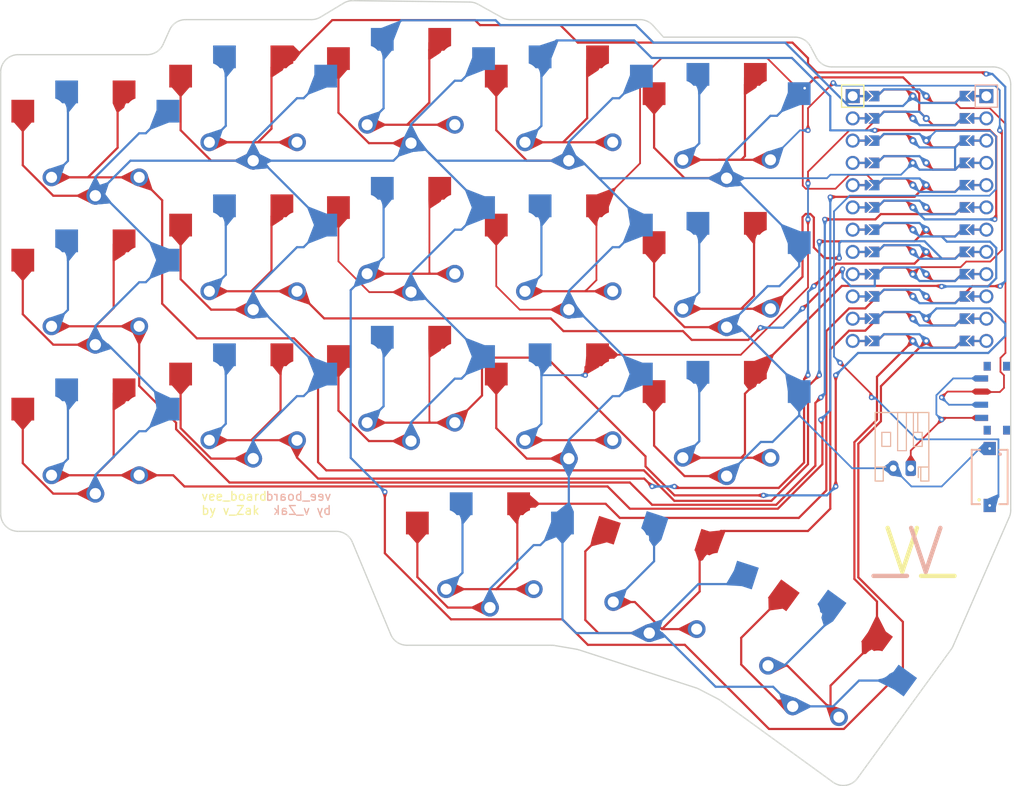
<source format=kicad_pcb>
(kicad_pcb (version 20221018) (generator pcbnew)
  (title_block (title "vzak") (rev "v1.0.0") (company "Unknown"))
  (layers (0 "F.Cu" signal) (31 "B.Cu" signal) (34 "B.Paste" user) (35 "F.Paste" user) (36 "B.SilkS" user "B.Silkscreen") (37 "F.SilkS" user "F.Silkscreen") (38 "B.Mask" user) (39 "F.Mask" user) (44 "Edge.Cuts" user))
  (net 0 "")
  (net 1 "P21")
  (net 2 "GND")
  (net 3 "P20")
  (net 4 "P19")
  (net 5 "P18")
  (net 6 "P15")
  (net 7 "P14")
  (net 8 "P16")
  (net 9 "P10")
  (net 10 "P1")
  (net 11 "P0")
  (net 12 "P2")
  (net 13 "P3")
  (net 14 "P4")
  (net 15 "P5")
  (net 16 "P6")
  (net 17 "P7")
  (net 18 "P8")
  (net 19 "P9")
  (net 20 "RAW")
  (net 21 "RST")
  (net 22 "VCC")
  (net 23 "pos")
  (footprint "PG1350" (layer "F.Cu") (at 236.22 136.27)
    (fp_text reference "S11" hide)
    (fp_text value "" hide)
  )
  (footprint "PG1350" (layer "F.Cu") (at 200.22 153.27)
    (fp_text reference "S4" hide)
    (fp_text value "" hide)
  )
  (footprint "PG1350" (layer "F.Cu") (at 218.22 117.27)
    (fp_text reference "S9" hide)
    (fp_text value "" hide)
  )
  (footprint "PG1350" (layer "F.Cu") (at 218.22 134.27 180)
    (fp_text reference "S26" hide)
    (fp_text value "" hide)
  )
  (footprint "434121025816" (layer "F.Cu") (at 284.22 161.27 90)
    (fp_text reference "S37" hide)
    (fp_text value "" hide)
  )
  (footprint "PG1350" (layer "F.Cu") (at 236.22 119.27)
    (fp_text reference "S12" hide)
    (fp_text value "" hide)
  )
  (footprint "PG1350" (layer "F.Cu") (at 200.22 136.27)
    (fp_text reference "S5" hide)
    (fp_text value "" hide)
  )
  (footprint "PG1350" (layer "F.Cu") (at 182.22 157.27)
    (fp_text reference "S1" hide)
    (fp_text value "" hide)
  )
  (footprint "PG1350" (layer "F.Cu") (at 227.22 170.27 180)
    (fp_text reference "S34" hide)
    (fp_text value "" hide)
  )
  (footprint "PG1350" (layer "F.Cu") (at 236.22 136.27 180)
    (fp_text reference "S29" hide)
    (fp_text value "" hide)
  )
  (footprint "Button_Switch_SMD:SW_SPDT_PCM12" (layer "F.Cu") (at 284.72 152.27 90)
    (fp_text reference "T1" hide)
    (fp_text value "" hide)
  )
  (footprint "PG1350" (layer "F.Cu") (at 236.22 153.27 180)
    (fp_text reference "S28" hide)
    (fp_text value "" hide)
  )
  (footprint "PG1350" (layer "F.Cu") (at 182.22 140.27)
    (fp_text reference "S2" hide)
    (fp_text value "" hide)
  )
  (footprint "PG1350" (layer "F.Cu") (at 218.22 134.27)
    (fp_text reference "S8" hide)
    (fp_text value "" hide)
  )
  (footprint "PG1350" (layer "F.Cu") (at 182.22 140.27 180)
    (fp_text reference "S20" hide)
    (fp_text value "" hide)
  )
  (footprint "ProMicro" (layer "F.Cu") (at 276.22 131.77 -90)
    (fp_text reference "MCU1" hide)
    (fp_text value "")
  )
  (footprint "PG1350" (layer "F.Cu") (at 200.22 136.27 180)
    (fp_text reference "S23" hide)
    (fp_text value "" hide)
  )
  (footprint "PG1350" (layer "F.Cu") (at 254.22 155.27)
    (fp_text reference "S13" hide)
    (fp_text value "" hide)
  )
  (footprint "PG1350" (layer "F.Cu") (at 218.22 151.27 180)
    (fp_text reference "S25" hide)
    (fp_text value "" hide)
  )
  (footprint "PG1350" (layer "F.Cu") (at 247.22 173.47 162)
    (fp_text reference "S35" hide)
    (fp_text value "" hide)
  )
  (footprint "PG1350" (layer "F.Cu") (at 227.22 170.27)
    (fp_text reference "S16" hide)
    (fp_text value "" hide)
  )
  (footprint "PG1350" (layer "F.Cu") (at 265.22 182.67 -36)
    (fp_text reference "S18" hide)
    (fp_text value "" hide)
  )
  (footprint "PG1350" (layer "F.Cu") (at 182.22 123.27 180)
    (fp_text reference "S21" hide)
    (fp_text value "" hide)
  )
  (footprint "Connector_JST:JST_PH_S2B-PH-K_1x02_P2.00mm_Horizontal" (layer "F.Cu") (at 275.22 160.27 180)
    (fp_text reference "_1" hide)
    (fp_text value "" hide)
  )
  (footprint "PG1350" (layer "F.Cu") (at 200.22 153.27 180)
    (fp_text reference "S22" hide)
    (fp_text value "" hide)
  )
  (footprint "PG1350" (layer "F.Cu") (at 200.22 119.27 180)
    (fp_text reference "S24" hide)
    (fp_text value "" hide)
  )
  (footprint "PG1350" (layer "F.Cu") (at 182.22 123.27)
    (fp_text reference "S3" hide)
    (fp_text value "" hide)
  )
  (footprint "PG1350" (layer "F.Cu") (at 254.22 121.27 180)
    (fp_text reference "S33" hide)
    (fp_text value "" hide)
  )
  (footprint "PG1350" (layer "F.Cu") (at 218.22 151.27)
    (fp_text reference "S7" hide)
    (fp_text value "" hide)
  )
  (footprint "PG1350" (layer "F.Cu") (at 218.22 117.27 180)
    (fp_text reference "S27" hide)
    (fp_text value "" hide)
  )
  (footprint "PG1350" (layer "F.Cu") (at 182.22 157.27 180)
    (fp_text reference "S19" hide)
    (fp_text value "" hide)
  )
  (footprint "PG1350" (layer "F.Cu") (at 236.22 153.27)
    (fp_text reference "S10" hide)
    (fp_text value "" hide)
  )
  (footprint "PG1350" (layer "F.Cu") (at 254.22 138.27)
    (fp_text reference "S14" hide)
    (fp_text value "" hide)
  )
  (footprint "PG1350" (layer "F.Cu") (at 254.22 155.27 180)
    (fp_text reference "S31" hide)
    (fp_text value "" hide)
  )
  (footprint "PG1350" (layer "F.Cu") (at 200.22 119.27)
    (fp_text reference "S6" hide)
    (fp_text value "" hide)
  )
  (footprint "PG1350" (layer "F.Cu") (at 254.22 121.27)
    (fp_text reference "S15" hide)
    (fp_text value "" hide)
  )
  (footprint "PG1350" (layer "F.Cu") (at 254.22 138.27 180)
    (fp_text reference "S32" hide)
    (fp_text value "" hide)
  )
  (footprint "PG1350" (layer "F.Cu") (at 265.22 182.67 144)
    (fp_text reference "S36" hide)
    (fp_text value "" hide)
  )
  (footprint "PG1350" (layer "F.Cu") (at 247.22 173.47 -18)
    (fp_text reference "S17" hide)
    (fp_text value "" hide)
  )
  (footprint "PG1350" (layer "F.Cu") (at 236.22 119.27 180)
    (fp_text reference "S30" hide)
    (fp_text value "" hide)
  )
  (gr_line (start 245.815863 109.732071) (end 247.02 111.07) (stroke (width 0.15)) (layer "Edge.Cuts"))
  (gr_arc (start 190.689328 110.249271) (mid 191.427229 109.390498) (end 192.513171 109.07) (stroke (width 0.15)) (layer "Edge.Cuts"))
  (gr_line (start 189.950672 111.890729) (end 190.689328 110.249271) (stroke (width 0.15)) (layer "Edge.Cuts"))
  (gr_line (start 279.824579 180.942579) (end 269.137544 195.65202) (stroke (width 0.15)) (layer "Edge.Cuts"))
  (gr_line (start 250.757242 185.344234) (end 237.359373 180.991003) (stroke (width 0.15)) (layer "Edge.Cuts"))
  (gr_arc (start 262.015837 111.07) (mid 263.047436 111.356604) (end 263.783413 112.134225) (stroke (width 0.15)) (layer "Edge.Cuts"))
  (gr_arc (start 207.896323 108.782883) (mid 207.399669 108.996893) (end 206.863835 109.07) (stroke (width 0.15)) (layer "Edge.Cuts"))
  (gr_line (start 263.783413 112.134225) (end 264.456587 113.405775) (stroke (width 0.15)) (layer "Edge.Cuts"))
  (gr_line (start 266.34394 196.094484) (end 253.519622 186.777071) (stroke (width 0.15)) (layer "Edge.Cuts"))
  (gr_arc (start 250.757242 185.344235) (mid 250.912954 185.402086) (end 251.063331 185.472652) (stroke (width 0.15)) (layer "Edge.Cuts"))
  (gr_line (start 266.224163 114.47) (end 284.62 114.47) (stroke (width 0.15)) (layer "Edge.Cuts"))
  (gr_line (start 225.862038 107.315577) (end 228.566966 108.818315) (stroke (width 0.15)) (layer "Edge.Cuts"))
  (gr_arc (start 224.914362 107.064031) (mid 225.403858 107.130819) (end 225.862038 107.315577) (stroke (width 0.15)) (layer "Edge.Cuts"))
  (gr_line (start 173.42 167.47) (end 209.685087 167.47) (stroke (width 0.15)) (layer "Edge.Cuts"))
  (gr_arc (start 209.685087 167.469999) (mid 210.795403 167.8065) (end 211.532081 168.702787) (stroke (width 0.15)) (layer "Edge.Cuts"))
  (gr_arc (start 229.538252 109.07) (mid 229.036574 109.006045) (end 228.566966 108.818315) (stroke (width 0.15)) (layer "Edge.Cuts"))
  (gr_arc (start 280.039951 180.566146) (mid 279.942495 180.760216) (end 279.824579 180.942579) (stroke (width 0.15)) (layer "Edge.Cuts"))
  (gr_line (start 253.268174 186.621409) (end 251.063331 185.472652) (stroke (width 0.15)) (layer "Edge.Cuts"))
  (gr_arc (start 244.329274 109.07) (mid 245.142957 109.242991) (end 245.815863 109.73207) (stroke (width 0.15)) (layer "Edge.Cuts"))
  (gr_arc (start 217.754913 180.470001) (mid 216.644597 180.1335) (end 215.907919 179.237213) (stroke (width 0.15)) (layer "Edge.Cuts"))
  (gr_line (start 234.251287 180.47) (end 217.754913 180.47) (stroke (width 0.15)) (layer "Edge.Cuts"))
  (gr_line (start 286.453406 165.852204) (end 280.039951 180.566146) (stroke (width 0.15)) (layer "Edge.Cuts"))
  (gr_arc (start 173.42 167.47) (mid 172.005786 166.884214) (end 171.42 165.47) (stroke (width 0.15)) (layer "Edge.Cuts"))
  (gr_line (start 207.896323 108.782883) (end 210.532767 107.193693) (stroke (width 0.15)) (layer "Edge.Cuts"))
  (gr_arc (start 210.532767 107.193694) (mid 211.040804 106.976555) (end 211.588864 106.906716) (stroke (width 0.15)) (layer "Edge.Cuts"))
  (gr_arc (start 284.62 114.47) (mid 286.034214 115.055786) (end 286.62 116.47) (stroke (width 0.15)) (layer "Edge.Cuts"))
  (gr_arc (start 266.224163 114.47) (mid 265.192564 114.183396) (end 264.456587 113.405775) (stroke (width 0.15)) (layer "Edge.Cuts"))
  (gr_line (start 237.076381 180.921379) (end 234.586329 180.498263) (stroke (width 0.15)) (layer "Edge.Cuts"))
  (gr_arc (start 269.137544 195.652021) (mid 267.832376 196.451814) (end 266.34394 196.094483) (stroke (width 0.15)) (layer "Edge.Cuts"))
  (gr_arc (start 286.62 165.053066) (mid 286.577915 165.461227) (end 286.453406 165.852204) (stroke (width 0.15)) (layer "Edge.Cuts"))
  (gr_line (start 286.62 116.47) (end 286.62 165.053066) (stroke (width 0.15)) (layer "Edge.Cuts"))
  (gr_arc (start 237.076381 180.921379) (mid 237.219146 180.951031) (end 237.359373 180.991003) (stroke (width 0.15)) (layer "Edge.Cuts"))
  (gr_line (start 229.538252 109.07) (end 244.329275 109.07) (stroke (width 0.15)) (layer "Edge.Cuts"))
  (gr_arc (start 189.950672 111.890729) (mid 189.212771 112.749502) (end 188.126829 113.07) (stroke (width 0.15)) (layer "Edge.Cuts"))
  (gr_line (start 173.42 113.07) (end 188.126829 113.07) (stroke (width 0.15)) (layer "Edge.Cuts"))
  (gr_line (start 211.588864 106.906716) (end 224.914361 107.064031) (stroke (width 0.15)) (layer "Edge.Cuts"))
  (gr_arc (start 171.42 115.07) (mid 172.005786 113.655786) (end 173.42 113.07) (stroke (width 0.15)) (layer "Edge.Cuts"))
  (gr_arc (start 253.268175 186.621409) (mid 253.396779 186.694587) (end 253.519622 186.777071) (stroke (width 0.15)) (layer "Edge.Cuts"))
  (gr_line (start 171.42 165.47) (end 171.42 115.07) (stroke (width 0.15)) (layer "Edge.Cuts"))
  (gr_line (start 192.513171 109.07) (end 206.863835 109.07) (stroke (width 0.15)) (layer "Edge.Cuts"))
  (gr_arc (start 234.251287 180.47) (mid 234.419403 180.477078) (end 234.586329 180.498263) (stroke (width 0.15)) (layer "Edge.Cuts"))
  (gr_line (start 215.907919 179.237213) (end 211.532081 168.702787) (stroke (width 0.15)) (layer "Edge.Cuts"))
  (gr_line (start 247.02 111.07) (end 262.015837 111.07) (stroke (width 0.15)) (layer "Edge.Cuts"))
  (gr_text "V_" (at 279.4 172.72) (layer "B.SilkS") (effects (font (size 5 5) (thickness 0.5)) (justify left bottom mirror)))
  (gr_text "vee_board\nby v_Zak" (at 209.22 164.27) (layer "B.SilkS") (effects (font (size 1 1)) (justify left mirror)))
  (gr_text "vee_board\nby v_Zak" (at 194.22 164.27) (layer "F.SilkS") (effects (font (size 1 1)) (justify left)))
  (gr_text "V_" (at 271.78 172.72) (layer "F.SilkS") (effects (font (size 5 5) (thickness 0.5)) (justify left bottom)))
  (segment (start 260.06 164.89) (end 265.14 159.81) (width 0.25) (layer "F.Cu") (net 1))
  (segment (start 280.28 128.726) (end 281.046 127.96) (width 0.25) (layer "F.Cu") (net 1))
  (segment (start 182.22 161.07) (end 187.22 161.07) (width 0.25) (layer "F.Cu") (net 1))
  (segment (start 184.3095 158.9805) (end 182.22 161.07) (width 0.25) (layer "F.Cu") (net 1))
  (segment (start 177.22 161.07) (end 182.22 161.07) (width 0.25) (layer "F.Cu") (net 1))
  (segment (start 187.22 161.07) (end 191.1 161.07) (width 0.25) (layer "F.Cu") (net 1))
  (segment (start 240.64 162.35) (end 243.18 164.89) (width 0.25) (layer "F.Cu") (net 1))
  (segment (start 275.645779 129.296221) (end 276.982 127.96) (width 0.25) (layer "F.Cu") (net 1))
  (segment (start 266.073779 129.296221) (end 275.645779 129.296221) (width 0.25) (layer "F.Cu") (net 1))
  (segment (start 265.14 154.9045) (end 264.9655 154.73) (width 0.25) (layer "F.Cu") (net 1))
  (segment (start 276.982 127.96) (end 277.748 128.726) (width 0.25) (layer "F.Cu") (net 1))
  (segment (start 184.3095 152.5055) (end 184.3095 158.9805) (width 0.25) (layer "F.Cu") (net 1))
  (segment (start 192.38 162.35) (end 240.64 162.35) (width 0.25) (layer "F.Cu") (net 1))
  (segment (start 266.04 129.33) (end 266.073779 129.296221) (width 0.25) (layer "F.Cu") (net 1))
  (segment (start 243.18 164.89) (end 260.06 164.89) (width 0.25) (layer "F.Cu") (net 1))
  (segment (start 265.14 159.81) (end 265.14 154.9045) (width 0.25) (layer "F.Cu") (net 1))
  (segment (start 277.748 128.726) (end 280.28 128.726) (width 0.25) (layer "F.Cu") (net 1))
  (segment (start 191.1 161.07) (end 192.38 162.35) (width 0.25) (layer "F.Cu") (net 1))
  (segment (start 185.495 151.32) (end 184.3095 152.5055) (width 0.25) (layer "F.Cu") (net 1))
  (via (at 266.04 129.33) (size 0.6) (drill 0.3) (layers "F.Cu" "B.Cu") (net 1))
  (via (at 264.9655 154.73) (size 0.6) (drill 0.3) (layers "F.Cu" "B.Cu") (net 1))
  (via (at 276.982 127.96) (size 0.8) (drill 0.4) (layers "F.Cu" "B.Cu") (net 1))
  (segment (start 179.095 159.195) (end 177.22 161.07) (width 0.25) (layer "B.Cu") (net 1))
  (segment (start 272.16 127.194) (end 271.394 127.96) (width 0.25) (layer "B.Cu") (net 1))
  (segment (start 266.04 153.6555) (end 266.04 129.33) (width 0.25) (layer "B.Cu") (net 1))
  (segment (start 264.9655 154.73) (end 266.04 153.6555) (width 0.25) (layer "B.Cu") (net 1))
  (segment (start 179.095 151.47) (end 179.095 159.195) (width 0.25) (layer "B.Cu") (net 1))
  (segment (start 276.982 127.96) (end 276.216 127.194) (width 0.25) (layer "B.Cu") (net 1))
  (segment (start 276.216 127.194) (end 272.16 127.194) (width 0.25) (layer "B.Cu") (net 1))
  (segment (start 191.945 155.691461) (end 195.423539 159.17) (width 0.25) (layer "F.Cu") (net 2))
  (segment (start 239.591233 179.081233) (end 245.3968 179.081233) (width 0.25) (layer "F.Cu") (net 2))
  (segment (start 275.452099 125.432221) (end 274.686099 124.666221) (width 0.25) (layer "F.Cu") (net 2))
  (segment (start 249.423539 161.17) (end 254.22 161.17) (width 0.25) (layer "F.Cu") (net 2))
  (segment (start 173.945 136.52) (end 173.945 142.691461) (width 0.25) (layer "F.Cu") (net 2))
  (segment (start 227.945 115.52) (end 227.945 121.691461) (width 0.25) (layer "F.Cu") (net 2))
  (segment (start 255.88 182.67) (end 260.6532 187.4432) (width 0.25) (layer "F.Cu") (net 2))
  (segment (start 209.945 130.52) (end 209.945 136.656106) (width 0.2) (layer "F.Cu") (net 2))
  (segment (start 231.423539 159.17) (end 236.22 159.17) (width 0.25) (layer "F.Cu") (net 2))
  (segment (start 260.729579 174.772263) (end 255.88 179.621842) (width 0.25) (layer "F.Cu") (net 2))
  (segment (start 209.945 153.691461) (end 213.423539 157.17) (width 0.25) (layer "F.Cu") (net 2))
  (segment (start 245.945 134.52) (end 245.945 140.691461) (width 0.25) (layer "F.Cu") (net 2))
  (segment (start 195.423539 142.17) (end 200.22 142.17) (width 0.25) (layer "F.Cu") (net 2))
  (segment (start 260.6532 187.4432) (end 261.752067 187.4432) (width 0.25) (layer "F.Cu") (net 2))
  (segment (start 227.945 132.52) (end 227.945 139.495) (width 0.2) (layer "F.Cu") (net 2))
  (segment (start 277.748 121.106) (end 280.28 121.106) (width 0.25) (layer "F.Cu") (net 2))
  (segment (start 213.458894 140.17) (end 218.22 140.17) (width 0.2) (layer "F.Cu") (net 2))
  (segment (start 177.423539 163.17) (end 182.22 163.17) (width 0.25) (layer "F.Cu") (net 2))
  (segment (start 173.945 125.691461) (end 177.423539 129.17) (width 0.25) (layer "F.Cu") (net 2))
  (segment (start 227.945 149.52) (end 227.945 155.691461) (width 0.25) (layer "F.Cu") (net 2))
  (segment (start 230.62 142.17) (end 236.22 142.17) (width 0.2) (layer "F.Cu") (net 2))
  (segment (start 173.945 119.52) (end 173.945 125.691461) (width 0.25) (layer "F.Cu") (net 2))
  (segment (start 222.423539 176.17) (end 227.22 176.17) (width 0.25) (layer "F.Cu") (net 2))
  (segment (start 231.423539 125.17) (end 236.22 125.17) (width 0.25) (layer "F.Cu") (net 2))
  (segment (start 274.34721 115.663905) (end 264.351094 115.663905) (width 0.25) (layer "F.Cu") (net 2))
  (segment (start 240.508821 167.346422) (end 238.1 169.755243) (width 0.25) (layer "F.Cu") (net 2))
  (segment (start 191.945 121.691461) (end 195.423539 125.17) (width 0.25) (layer "F.Cu") (net 2))
  (segment (start 227.945 139.495) (end 230.62 142.17) (width 0.2) (layer "F.Cu") (net 2))
  (segment (start 173.945 153.52) (end 173.945 159.691461) (width 0.25) (layer "F.Cu") (net 2))
  (segment (start 274.686099 124.666221) (end 272.154099 124.666221) (width 0.25) (layer "F.Cu") (net 2))
  (segment (start 191.945 115.52) (end 191.945 121.691461) (width 0.25) (layer "F.Cu") (net 2))
  (segment (start 173.945 142.691461) (end 177.423539 146.17) (width 0.25) (layer "F.Cu") (net 2))
  (segment (start 191.945 138.691461) (end 195.423539 142.17) (width 0.25) (layer "F.Cu") (net 2))
  (segment (start 255.88 179.621842) (end 255.88 182.67) (width 0.25) (layer "F.Cu") (net 2))
  (segment (start 227.945 121.691461) (end 231.423539 125.17) (width 0.25) (layer "F.Cu") (net 2))
  (segment (start 191.945 149.52) (end 191.945 155.691461) (width 0.25) (layer "F.Cu") (net 2))
  (segment (start 218.945 166.52) (end 218.945 172.691461) (width 0.25) (layer "F.Cu") (net 2))
  (segment (start 177.423539 146.17) (end 182.22 146.17) (width 0.25) (layer "F.Cu") (net 2))
  (segment (start 173.945 159.691461) (end 177.423539 163.17) (width 0.25) (layer "F.Cu") (net 2))
  (segment (start 191.945 132.52) (end 191.945 138.691461) (width 0.25) (layer "F.Cu") (net 2))
  (segment (start 276.183 117.499695) (end 274.34721 115.663905) (width 0.25) (layer "F.Cu") (net 2))
  (segment (start 209.945 136.656106) (end 213.458894 140.17) (width 0.2) (layer "F.Cu") (net 2))
  (segment (start 209.945 113.52) (end 209.945 119.691461) (width 0.25) (layer "F.Cu") (net 2))
  (segment (start 213.423539 157.17) (end 218.22 157.17) (width 0.25) (layer "F.Cu") (net 2))
  (segment (start 272.154099 122.126221) (end 271.388099 122.892221) (width 0.25) (layer "F.Cu") (net 2))
  (segment (start 276.183 119.541) (end 276.183 117.499695) (width 0.25) (layer "F.Cu") (net 2))
  (segment (start 213.423539 123.17) (end 218.22 123.17) (width 0.25) (layer "F.Cu") (net 2))
  (segment (start 245.945 123.691461) (end 249.423539 127.17) (width 0.25) (layer "F.Cu") (net 2))
  (segment (start 218.945 172.691461) (end 222.423539 176.17) (width 0.25) (layer "F.Cu") (net 2))
  (segment (start 245.945 117.52) (end 245.945 123.691461) (width 0.25) (layer "F.Cu") (net 2))
  (segment (start 275.452099 122.892221) (end 274.686099 122.126221) (width 0.25) (layer "F.Cu") (net 2))
  (segment (start 280.28 121.106) (end 281.046 120.34) (width 0.25) (layer "F.Cu") (net 2))
  (segment (start 276.183 119.541) (end 277.748 121.106) (width 0.25) (layer "F.Cu") (net 2))
  (segment (start 209.945 147.52) (end 209.945 153.691461) (width 0.25) (layer "F.Cu") (net 2))
  (segment (start 245.945 140.691461) (end 249.423539 144.17) (width 0.25) (layer "F.Cu") (net 2))
  (segment (start 238.1 177.59) (end 239.591233 179.081233) (width 0.25) (layer "F.Cu") (net 2))
  (segment (start 272.154099 124.666221) (end 271.388099 125.432221) (width 0.25) (layer "F.Cu") (net 2))
  (segment (start 238.1 169.755243) (end 238.1 177.59) (width 0.25) (layer "F.Cu") (net 2))
  (segment (start 195.423539 159.17) (end 200.22 159.17) (width 0.25) (layer "F.Cu") (net 2))
  (segment (start 264.351094 115.663905) (end 263.118911 116.896088) (width 0.25) (layer "F.Cu") (net 2))
  (segment (start 177.423539 129.17) (end 182.22 129.17) (width 0.25) (layer "F.Cu") (net 2))
  (segment (start 249.423539 144.17) (end 254.22 144.17) (width 0.25) (layer "F.Cu") (net 2))
  (segment (start 209.945 119.691461) (end 213.423539 123.17) (width 0.25) (layer "F.Cu") (net 2))
  (segment (start 245.945 157.691461) (end 249.423539 161.17) (width 0.25) (layer "F.Cu") (net 2))
  (segment (start 249.423539 127.17) (end 254.22 127.17) (width 0.25) (layer "F.Cu") (net 2))
  (segment (start 245.945 151.52) (end 245.945 157.691461) (width 0.25) (layer "F.Cu") (net 2))
  (segment (start 227.945 155.691461) (end 231.423539 159.17) (width 0.25) (layer "F.Cu") (net 2))
  (segment (start 195.423539 125.17) (end 200.22 125.17) (width 0.25) (layer "F.Cu") (net 2))
  (segment (start 274.686099 122.126221) (end 272.154099 122.126221) (width 0.25) (layer "F.Cu") (net 2))
  (via (at 275.458 122.88) (size 0.8) (drill 0.4) (layers "F.Cu" "B.Cu") (net 2))
  (via (at 276.987297 120.354074) (size 0.8) (drill 0.4) (layers "F.Cu" "B.Cu") (net 2))
  (via (at 263.118911 116.896088) (size 0.6) (drill 0.3) (layers "F.Cu" "B.Cu") (net 2))
  (via (at 275.458 125.42) (size 0.8) (drill 0.4) (layers "F.Cu" "B.Cu") (net 2))
  (segment (start 262.495 151.52) (end 262.495 154.228684) (width 0.25) (layer "B.Cu") (net 2))
  (segment (start 241.9709 135.0441) (end 241.212216 135.0441) (width 0.25) (layer "B.Cu") (net 2))
  (segment (start 187.212216 122.0441) (end 182.22 127.036316) (width 0.25) (layer "B.Cu") (net 2))
  (segment (start 190.495 153.52) (end 187.9709 156.0441) (width 0.25) (layer "B.Cu") (net 2))
  (segment (start 283.07 158.02) (end 278.74 162.35) (width 0.2) (layer "B.Cu") (net 2))
  (segment (start 276.221297 119.588074) (end 272.165297 119.588074) (width 0.25) (layer "B.Cu") (net 2))
  (segment (start 205.9709 152.0441) (end 205.212216 152.0441) (width 0.25) (layer "B.Cu") (net 2))
  (segment (start 236.22 142.17) (end 237.145 142.17) (width 0.25) (layer "B.Cu") (net 2))
  (segment (start 223.212216 133.0441) (end 218.22 138.036316) (width 0.25) (layer "B.Cu") (net 2))
  (segment (start 235.495 177.525) (end 237.051233 179.081233) (width 0.25) (layer "B.Cu") (net 2))
  (segment (start 268.536316 160.27) (end 262.495 154.228684) (width 0.2) (layer "B.Cu") (net 2))
  (segment (start 254.22 127.17) (end 239.65684 127.17) (width 0.25) (layer "B.Cu") (net 2))
  (segment (start 241.212216 135.0441) (end 236.22 140.036316) (width 0.25) (layer "B.Cu") (net 2))
  (segment (start 237.145 142.17) (end 244.495 149.52) (width 0.25) (layer "B.Cu") (net 2))
  (segment (start 235.495 166.52) (end 232.9709 169.0441) (width 0.25) (layer "B.Cu") (net 2))
  (segment (start 232.212216 169.0441) (end 227.22 174.036316) (width 0.25) (layer "B.Cu") (net 2))
  (segment (start 241.9709 152.0441) (end 241.212216 152.0441) (width 0.25) (layer "B.Cu") (net 2))
  (segment (start 254.22 125.036316) (end 254.22 127.17) (width 0.25) (layer "B.Cu") (net 2))
  (segment (start 182.22 129.17) (end 186.22 125.17) (width 0.25) (layer "B.Cu") (net 2))
  (segment (start 258.8941 139.4959) (end 254.22 144.17) (width 0.25) (layer "B.Cu") (net 2))
  (segment (start 182.22 161.036316) (end 182.22 163.17) (width 0.25) (layer "B.Cu") (net 2))
  (segment (start 275.452099 125.432221) (end 276.218099 126.198221) (width 0.25) (layer "B.Cu") (net 2))
  (segment (start 190.495 119.52) (end 187.9709 122.0441) (width 0.25) (layer "B.Cu") (net 2))
  (segment (start 190.495 136.52) (end 187.9709 139.0441) (width 0.25) (layer "B.Cu") (net 2))
  (segment (start 200.22 125.17) (end 216.22 125.17) (width 0.25) (layer "B.Cu") (net 2))
  (segment (start 232.9709 169.0441) (end 232.212216 169.0441) (width 0.25) (layer "B.Cu") (net 2))
  (segment (start 274.11881 184.500109) (end 269.318122 184.500109) (width 0.25) (layer "B.Cu") (net 2))
  (segment (start 219.145 140.17) (end 226.495 147.52) (width 0.25) (layer "B.Cu") (net 2))
  (segment (start 241.212216 118.0441) (end 236.22 123.036316) (width 0.25) (layer "B.Cu") (net 2))
  (segment (start 200.22 142.17) (end 201.145 142.17) (width 0.25) (layer "B.Cu") (net 2))
  (segment (start 280.274099 126.198221) (end 281.040099 125.432221) (width 0.25) (layer "B.Cu") (net 2))
  (segment (start 221.145 125.17) (end 220.2725 124.2975) (width 0.25) (layer "B.Cu") (net 2))
  (segment (start 241.9709 118.0441) (end 241.212216 118.0441) (width 0.25) (layer "B.Cu") (net 2))
  (segment (start 200.22 157.036316) (end 200.22 159.17) (width 0.25) (layer "B.Cu") (net 2))
  (segment (start 208.495 149.52) (end 205.9709 152.0441) (width 0.25) (layer "B.Cu") (net 2))
  (segment (start 276.218099 123.658221) (end 280.274099 123.658221) (width 0.25) (layer "B.Cu") (net 2))
  (segment (start 254.22 144.17) (end 255.65684 144.17) (width 0.25) (layer "B.Cu") (net 2))
  (segment (start 208.495 132.52) (end 205.9709 135.0441) (width 0.25) (layer "B.Cu") (net 2))
  (segment (start 284.22 158.02) (end 283.07 158.02) (width 0.2) (layer "B.Cu") (net 2))
  (segment (start 226.495 130.52) (end 223.9709 133.0441) (width 0.25) (layer "B.Cu") (net 2))
  (segment (start 275.3 162.35) (end 273.22 160.27) (width 0.2) (layer "B.Cu") (net 2))
  (segment (start 187.9709 156.0441) (end 187.212216 156.0441) (width 0.25) (layer "B.Cu") (net 2))
  (segment (start 260.227784 139.4959) (end 258.8941 139.4959) (width 0.25) (layer "B.Cu") (net 2))
  (segment (start 274.109 126.769) (end 266.061 126.769) (width 0.2) (layer "B.Cu") (net 2))
  (segment (start 280.274099 126.191901) (end 280.274099 126.198221) (width 0.2) (layer "B.Cu") (net 2))
  (segment (start 187.9709 139.0441) (end 187.212216 139.0441) (width 0.25) (layer "B.Cu") (net 2))
  (segment (start 182.22 129.17) (end 183.145 129.17) (width 0.25) (layer "B.Cu") (net 2))
  (segment (start 245.3968 179.081233) (end 246.83364 179.081233) (width 0.25) (layer "B.Cu") (net 2))
  (segment (start 187.212216 156.0441) (end 182.22 161.036316) (width 0.25) (layer "B.Cu") (net 2))
  (segment (start 236.22 125.17) (end 237.65684 125.17) (width 0.25) (layer "B.Cu") (net 2))
  (segment (start 275.458 125.42) (end 274.109 126.769) (width 0.2) (layer "B.Cu") (net 2))
  (segment (start 276.987297 120.354074) (end 276.221297 119.588074) (width 0.25) (layer "B.Cu") (net 2))
  (segment (start 259.518867 185.21) (end 261.752067 187.4432) (width 0.25) (layer "B.Cu") (net 2))
  (segment (start 255.65684 144.17) (end 262.495 151.00816) (width 0.25) (layer "B.Cu") (net 2))
  (segment (start 226.495 147.52) (end 223.9709 150.0441) (width 0.25) (layer "B.Cu") (net 2))
  (segment (start 266.061 126.769) (end 265.66 127.17) (width 0.2) (layer "B.Cu") (net 2))
  (segment (start 223.9709 116.0441) (end 223.212216 116.0441) (width 0.25) (layer "B.Cu") (net 2))
  (segment (start 237.65684 125.17) (end 238.68842 126.20158) (width 0.25) (layer "B.Cu") (net 2))
  (segment (start 216.22 125.17) (end 218.22 123.17) (width 0.25) (layer "B.Cu") (net 2))
  (segment (start 226.495 113.52) (end 223.9709 116.0441) (width 0.25) (layer "B.Cu") (net 2))
  (segment (start 280.274099 123.658221) (end 280.274099 126.198221) (width 0.25) (layer "B.Cu") (net 2))
  (segment (start 275.452099 122.892221) (end 276.218099 123.658221) (width 0.25) (layer "B.Cu") (net 2))
  (segment (start 205.9709 135.0441) (end 205.212216 135.0441) (width 0.25) (layer "B.Cu") (net 2))
  (segment (start 258.12 157.27) (end 254.22 161.17) (width 0.25) (layer "B.Cu") (net 2))
  (segment (start 183.145 129.17) (end 190.495 136.52) (width 0.25) (layer "B.Cu") (net 2))
  (segment (start 246.83364 179.081233) (end 252.962407 185.21) (width 0.25) (layer "B.Cu") (net 2))
  (segment (start 219.145 123.17) (end 220.2725 124.2975) (width 0.25) (layer "B.Cu") (net 2))
  (segment (start 259.9709 120.0441) (end 259.212216 120.0441) (width 0.25) (layer "B.Cu") (net 2))
  (segment (start 223.9709 150.0441) (end 223.212216 150.0441) (width 0.25) (layer "B.Cu") (net 2))
  (segment (start 223.212216 150.0441) (end 218.22 155.036316) (width 0.25) (layer "B.Cu") (net 2))
  (segment (start 200.22 125.17) (end 201.145 125.17) (width 0.25) (layer "B.Cu") (net 2))
  (segment (start 236.22 140.036316) (end 236.22 142.17) (width 0.25) (layer "B.Cu") (net 2))
  (segment (start 262.495 137.228684) (end 260.227784 139.4959) (width 0.25) (layer "B.Cu") (net 2))
  (segment (start 183.65684 146.17) (end 190.495 153.00816) (width 0.25) (layer "B.Cu") (net 2))
  (segment (start 255.21712 173.49234) (end 250.985693 173.49234) (width 0.25) (layer "B.Cu") (net 2))
  (segment (start 223.9709 133.0441) (end 223.212216 133.0441) (width 0.25) (layer "B.Cu") (net 2))
  (segment (start 259.212216 120.0441) (end 254.22 125.036316) (width 0.25) (layer "B.Cu") (net 2))
  (segment (start 187.212216 139.0441) (end 182.22 144.036316) (width 0.25) (layer "B.Cu") (net 2))
  (segment (start 244.495 115.52) (end 241.9709 118.0441) (width 0.25) (layer "B.Cu") (net 2))
  (segment (start 208.495 115.52) (end 205.9709 118.0441) (width 0.25) (layer "B.Cu") (net 2))
  (segment (start 269.318122 184.500109) (end 266.375031 187.4432) (width 0.25) (layer "B.Cu") (net 2))
  (segment (start 280.274099 123.658221) (end 281.040099 122.892221) (width 0.25) (layer "B.Cu") (net 2))
  (segment (start 266.375031 187.4432) (end 261.752067 187.4432) (width 0.25) (layer "B.Cu") (net 2))
  (segment (start 254.22 127.17) (end 255.145 127.17) (width 0.25) (layer "B.Cu") (net 2))
  (segment (start 262.495 154.228684) (end 259.453684 157.27) (width 0.25) (layer "B.Cu") (net 2))
  (segment (start 218.22 123.17) (end 219.145 123.17) (width 0.25) (layer "B.Cu") (net 2))
  (segment (start 238.68842 126.20158) (end 244.495 132.00816) (width 0.25) (layer "B.Cu") (net 2))
  (segment (start 272.165297 119.588074) (end 271.399297 120.354074) (width 0.25) (layer "B.Cu") (net 2))
  (segment (start 205.9709 118.0441) (end 205.212216 118.0441) (width 0.25) (layer "B.Cu") (net 2))
  (segment (start 200.22 123.036316) (end 200.22 125.17) (width 0.25) (layer "B.Cu") (net 2))
  (segment (start 259.453684 157.27) (end 258.12 157.27) (width 0.25) (layer "B.Cu") (net 2))
  (segment (start 182.22 127.036316) (end 182.22 129.17) (width 0.25) (layer "B.Cu") (net 2))
  (segment (start 182.22 144.036316) (end 182.22 146.17) (width 0.25) (layer "B.Cu") (net 2))
  (segment (start 187.9709 122.0441) (end 187.212216 122.0441) (width 0.25) (layer "B.Cu") (net 2))
  (segment (start 182.22 146.17) (end 183.65684 146.17) (width 0.25) (layer "B.Cu") (net 2))
  (segment (start 237.051233 179.081233) (end 245.3968 179.081233) (width 0.25) (layer "B.Cu") (net 2))
  (segment (start 227.22 174.036316) (end 227.22 176.17) (width 0.25) (layer "B.Cu") (net 2))
  (segment (start 276.218099 126.198221) (end 280.274099 126.198221) (width 0.25) (layer "B.Cu") (net 2))
  (segment (start 256.248806 172.460654) (end 255.21712 173.49234) (width 0.25) (layer "B.Cu") (net 2))
  (segment (start 205.212216 118.0441) (end 200.22 123.036316) (width 0.25) (layer "B.Cu") (net 2))
  (segment (start 241.212216 152.0441) (end 236.22 157.036316) (width 0.25) (layer "B.Cu") (net 2))
  (segment (start 265.66 127.17) (end 254.22 127.17) (width 0.2) (layer "B.Cu") (net 2))
  (segment (start 239.65684 127.17) (end 238.68842 126.20158) (width 0.25) (layer "B.Cu") (net 2))
  (segment (start 218.22 155.036316) (end 218.22 157.17) (width 0.25) (layer "B.Cu") (net 2))
  (segment (start 201.145 125.17) (end 208.495 132.52) (width 0.25) (layer "B.Cu") (net 2))
  (segment (start 273.22 160.27) (end 268.536316 160.27) (width 0.2) (layer "B.Cu") (net 2))
  (segment (start 255.145 127.17) (end 262.495 134.52) (width 0.25) (layer "B.Cu") (net 2))
  (segment (start 205.212216 135.0441) (end 200.22 140.036316) (width 0.25) (layer "B.Cu") (net 2))
  (segment (start 236.22 123.036316) (end 236.22 125.17) (width 0.25) (layer "B.Cu") (net 2))
  (segment (start 218.22 138.036316) (end 218.22 140.17) (width 0.25) (layer "B.Cu") (net 2))
  (segment (start 236.22 125.17) (end 221.145 125.17) (width 0.25) (layer "B.Cu") (net 2))
  (segment (start 262.495 134.52) (end 262.495 137.228684) (width 0.25) (layer "B.Cu") (net 2))
  (segment (start 278.74 162.35) (end 275.3 162.35) (width 0.2) (layer "B.Cu") (net 2))
  (segment (start 244.495 132.52) (end 241.9709 135.0441) (width 0.25) (layer "B.Cu") (net 2))
  (segment (start 235.495 166.52) (end 235.495 177.525) (width 0.25) (layer "B.Cu") (net 2))
  (segment (start 262.495 117.52) (end 259.9709 120.0441) (width 0.25) (layer "B.Cu") (net 2))
  (segment (start 223.212216 116.0441) (end 218.22 121.036316) (width 0.25) (layer "B.Cu") (net 2))
  (segment (start 281.046 125.42) (end 280.274099 126.191901) (width 0.2) (layer "B.Cu") (net 2))
  (segment (start 200.22 140.036316) (end 200.22 142.17) (width 0.25) (layer "B.Cu") (net 2))
  (segment (start 218.22 140.17) (end 219.145 140.17) (width 0.25) (layer "B.Cu") (net 2))
  (segment (start 218.22 121.036316) (end 218.22 123.17) (width 0.25) (layer "B.Cu") (net 2))
  (segment (start 236.22 157.036316) (end 236.22 159.17) (width 0.25) (layer "B.Cu") (net 2))
  (segment (start 250.985693 173.49234) (end 245.3968 179.081233) (width 0.25) (layer "B.Cu") (net 2))
  (segment (start 252.962407 185.21) (end 259.518867 185.21) (width 0.25) (layer "B.Cu") (net 2))
  (segment (start 226.495 130.52) (end 220.2725 124.2975) (width 0.25) (layer "B.Cu") (net 2))
  (segment (start 244.495 149.52) (end 241.9709 152.0441) (width 0.25) (layer "B.Cu") (net 2))
  (segment (start 201.145 142.17) (end 208.495 149.52) (width 0.25) (layer "B.Cu") (net 2))
  (segment (start 236.22 159.17) (end 236.22 165.795) (width 0.25) (layer "B.Cu") (net 2))
  (segment (start 186.22 125.17) (end 200.22 125.17) (width 0.25) (layer "B.Cu") (net 2))
  (segment (start 205.212216 152.0441) (end 200.22 157.036316) (width 0.25) (layer "B.Cu") (net 2))
  (segment (start 187.22 144.07) (end 187.22 150.86835) (width 0.25) (layer "F.Cu") (net 3))
  (segment (start 277.748 131.266) (end 280.28 131.266) (width 0.25) (layer "F.Cu") (net 3))
  (segment (start 276.982 130.5) (end 277.748 131.266) (width 0.25) (layer "F.Cu") (net 3))
  (segment (start 280.28 131.266) (end 281.046 130.5) (width 0.25) (layer "F.Cu") (net 3))
  (segment (start 271.192198 131.87) (end 271.796198 131.266) (width 0.25) (layer "F.Cu") (net 3))
  (segment (start 264.3405 152.815) (end 264.9655 152.19) (width 0.25) (layer "F.Cu") (net 3))
  (segment (start 182.22 144.07) (end 187.22 144.07) (width 0.25) (layer "F.Cu") (net 3))
  (segment (start 191.428198 155.076548) (end 191.428198 155.811055) (width 0.25) (layer "F.Cu") (net 3))
  (segment (start 177.22 144.07) (end 182.22 144.07) (width 0.25) (layer "F.Cu") (net 3))
  (segment (start 265.4155 131.87) (end 271.192198 131.87) (width 0.25) (layer "F.Cu") (net 3))
  (segment (start 187.22 150.86835) (end 191.428198 155.076548) (width 0.25) (layer "F.Cu") (net 3))
  (segment (start 184.3095 135.5055) (end 184.3095 141.9805) (width 0.25) (layer "F.Cu") (net 3))
  (segment (start 264.3405 159.973104) (end 264.3405 152.815) (width 0.25) (layer "F.Cu") (net 3))
  (segment (start 243.18 161.9) (end 245.72 164.44) (width 0.25) (layer "F.Cu") (net 3))
  (segment (start 245.72 164.44) (end 259.873604 164.44) (width 0.25) (layer "F.Cu") (net 3))
  (segment (start 197.517143 161.9) (end 243.18 161.9) (width 0.25) (layer "F.Cu") (net 3))
  (segment (start 185.495 134.32) (end 184.3095 135.5055) (width 0.25) (layer "F.Cu") (net 3))
  (segment (start 271.796198 131.266) (end 277.748 131.266) (width 0.25) (layer "F.Cu") (net 3))
  (segment (start 259.873604 164.44) (end 264.3405 159.973104) (width 0.25) (layer "F.Cu") (net 3))
  (segment (start 191.428198 155.811055) (end 197.517143 161.9) (width 0.25) (layer "F.Cu") (net 3))
  (segment (start 184.3095 141.9805) (end 182.22 144.07) (width 0.25) (layer "F.Cu") (net 3))
  (via (at 265.4155 131.87) (size 0.6) (drill 0.3) (layers "F.Cu" "B.Cu") (net 3))
  (via (at 264.9655 152.19) (size 0.6) (drill 0.3) (layers "F.Cu" "B.Cu") (net 3))
  (via (at 276.982 130.5) (size 0.8) (drill 0.4) (layers "F.Cu" "B.Cu") (net 3))
  (segment (start 179.095 134.47) (end 179.095 142.195) (width 0.25) (layer "B.Cu") (net 3))
  (segment (start 276.216 129.734) (end 272.16 129.734) (width 0.25) (layer "B.Cu") (net 3))
  (segment (start 265.4155 151.74) (end 265.4155 131.87) (width 0.25) (layer "B.Cu") (net 3))
  (segment (start 264.9655 152.19) (end 265.4155 151.74) (width 0.25) (layer "B.Cu") (net 3))
  (segment (start 179.095 142.195) (end 177.22 144.07) (width 0.25) (layer "B.Cu") (net 3))
  (segment (start 276.982 130.5) (end 276.216 129.734) (width 0.25) (layer "B.Cu") (net 3))
  (segment (start 272.16 129.734) (end 271.394 130.5) (width 0.25) (layer "B.Cu") (net 3))
  (segment (start 264.791 134.41) (end 264.824779 134.376221) (width 0.25) (layer "F.Cu") (net 4))
  (segment (start 187.22 127.07) (end 177.22 127.07) (width 0.25) (layer "F.Cu") (net 4))
  (segment (start 263.5 159.81) (end 263.5 150.941) (width 0.25) (layer "F.Cu") (net 4))
  (segment (start 208.559 160.511) (end 244.781 160.511) (width 0.25) (layer "F.Cu") (net 4))
  (segment (start 264.824779 134.376221) (end 275.645779 134.376221) (width 0.25) (layer "F.Cu") (net 4))
  (segment (start 259.32 163.99) (end 263.5 159.81) (width 0.25) (layer "F.Cu") (net 4))
  (segment (start 280.28 133.806) (end 281.046 133.04) (width 0.25) (layer "F.Cu") (net 4))
  (segment (start 275.645779 134.376221) (end 276.982 133.04) (width 0.25) (layer "F.Cu") (net 4))
  (segment (start 244.781 160.511) (end 248.26 163.99) (width 0.25) (layer "F.Cu") (net 4))
  (segment (start 263.5 150.941) (end 264.791 149.65) (width 0.25) (layer "F.Cu") (net 4))
  (segment (start 189.84 141.48835) (end 193.79665 145.445) (width 0.25) (layer "F.Cu") (net 4))
  (segment (start 248.26 163.99) (end 259.32 163.99) (width 0.25) (layer "F.Cu") (net 4))
  (segment (start 184.76 123.684999) (end 184.76 118.055) (width 0.25) (layer "F.Cu") (net 4))
  (segment (start 277.748 133.806) (end 280.28 133.806) (width 0.25) (layer "F.Cu") (net 4))
  (segment (start 187.22 127.07) (end 189.84 129.69) (width 0.25) (layer "F.Cu") (net 4))
  (segment (start 177.22 127.07) (end 181.374999 127.07) (width 0.25) (layer "F.Cu") (net 4))
  (segment (start 193.79665 145.445) (end 204.87 145.445) (width 0.25) (layer "F.Cu") (net 4))
  (segment (start 189.84 129.69) (end 189.84 141.48835) (width 0.25) (layer "F.Cu") (net 4))
  (segment (start 181.374999 127.07) (end 184.76 123.684999) (width 0.25) (layer "F.Cu") (net 4))
  (segment (start 207.62 159.572) (end 208.559 160.511) (width 0.25) (layer "F.Cu") (net 4))
  (segment (start 204.87 145.445) (end 207.62 148.195) (width 0.25) (layer "F.Cu") (net 4))
  (segment (start 207.62 148.195) (end 207.62 159.572) (width 0.25) (layer "F.Cu") (net 4))
  (segment (start 276.982 133.04) (end 277.748 133.806) (width 0.25) (layer "F.Cu") (net 4))
  (via (at 264.791 149.65) (size 0.6) (drill 0.3) (layers "F.Cu" "B.Cu") (net 4))
  (via (at 264.791 134.41) (size 0.6) (drill 0.3) (layers "F.Cu" "B.Cu") (net 4))
  (via (at 276.982 133.04) (size 0.8) (drill 0.4) (layers "F.Cu" "B.Cu") (net 4))
  (segment (start 276.982 133.04) (end 276.216 132.274) (width 0.25) (layer "B.Cu") (net 4))
  (segment (start 179.095 125.195) (end 177.22 127.07) (width 0.25) (layer "B.Cu") (net 4))
  (segment (start 264.791 149.65) (end 264.791 134.41) (width 0.25) (layer "B.Cu") (net 4))
  (segment (start 272.16 132.274) (end 271.394 133.04) (width 0.25) (layer "B.Cu") (net 4))
  (segment (start 179.095 117.47) (end 179.095 125.195) (width 0.25) (layer "B.Cu") (net 4))
  (segment (start 276.216 132.274) (end 272.16 132.274) (width 0.25) (layer "B.Cu") (net 4))
  (segment (start 263.05 150.1) (end 263.5 149.65) (width 0.25) (layer "F.Cu") (net 5))
  (segment (start 277.748 136.346) (end 280.28 136.346) (width 0.25) (layer "F.Cu") (net 5))
  (segment (start 200 157.07) (end 205.22 157.07) (width 0.25) (layer "F.Cu") (net 5))
  (segment (start 276.982 135.58) (end 277.748 136.346) (width 0.25) (layer "F.Cu") (net 5))
  (segment (start 275.645779 136.916221) (end 276.982 135.58) (width 0.25) (layer "F.Cu") (net 5))
  (segment (start 205.22 157.07) (end 205.22 159.05) (width 0.25) (layer "F.Cu") (net 5))
  (segment (start 263.05 159.623604) (end 263.05 150.1) (width 0.25) (layer "F.Cu") (net 5))
  (segment (start 266.740279 136.916221) (end 275.645779 136.916221) (width 0.25) (layer "F.Cu") (net 5))
  (segment (start 264.1665 139.49) (end 266.740279 136.916221) (width 0.25) (layer "F.Cu") (net 5))
  (segment (start 248.26 162.35) (end 248.421 162.511) (width 0.25) (layer "F.Cu") (net 5))
  (segment (start 280.28 136.346) (end 281.046 135.58) (width 0.25) (layer "F.Cu") (net 5))
  (segment (start 207.62 161.45) (end 244.82 161.45) (width 0.25) (layer "F.Cu") (net 5))
  (segment (start 205.22 159.05) (end 207.62 161.45) (width 0.25) (layer "F.Cu") (net 5))
  (segment (start 203.345 153.725) (end 200 157.07) (width 0.25) (layer "F.Cu") (net 5))
  (segment (start 203.345 147.47) (end 203.345 153.725) (width 0.25) (layer "F.Cu") (net 5))
  (segment (start 248.421 162.511) (end 260.162604 162.511) (width 0.25) (layer "F.Cu") (net 5))
  (segment (start 244.82 161.45) (end 245.72 162.35) (width 0.25) (layer "F.Cu") (net 5))
  (segment (start 260.162604 162.511) (end 263.05 159.623604) (width 0.25) (layer "F.Cu") (net 5))
  (segment (start 195.22 157.07) (end 200 157.07) (width 0.25) (layer "F.Cu") (net 5))
  (via (at 245.72 162.35) (size 0.6) (drill 0.3) (layers "F.Cu" "B.Cu") (net 5))
  (via (at 263.5 149.65) (size 0.6) (drill 0.3) (layers "F.Cu" "B.Cu") (net 5))
  (via (at 248.26 162.35) (size 0.6) (drill 0.3) (layers "F.Cu" "B.Cu") (net 5))
  (via (at 264.1665 139.49) (size 0.6) (drill 0.3) (layers "F.Cu" "B.Cu") (net 5))
  (via (at 276.982 135.58) (size 0.8) (drill 0.4) (layers "F.Cu" "B.Cu") (net 5))
  (segment (start 276.216 134.814) (end 272.16 134.814) (width 0.25) (layer "B.Cu") (net 5))
  (segment (start 263.5 140.1565) (end 263.5 149.65) (width 0.25) (layer "B.Cu") (net 5))
  (segment (start 197.095 147.47) (end 197.095 155.195) (width 0.25) (layer "B.Cu") (net 5))
  (segment (start 245.72 162.35) (end 248.26 162.35) (width 0.25) (layer "B.Cu") (net 5))
  (segment (start 264.1665 139.49) (end 263.5 140.1565) (width 0.25) (layer "B.Cu") (net 5))
  (segment (start 272.16 134.814) (end 271.394 135.58) (width 0.25) (layer "B.Cu") (net 5))
  (segment (start 197.095 155.195) (end 195.22 157.07) (width 0.25) (layer "B.Cu") (net 5))
  (segment (start 276.982 135.58) (end 276.216 134.814) (width 0.25) (layer "B.Cu") (net 5))
  (segment (start 202.3095 137.7605) (end 200 140.07) (width 0.25) (layer "F.Cu") (net 6))
  (segment (start 205.22 140.07) (end 208.32 143.17) (width 0.25) (layer "F.Cu") (net 6))
  (segment (start 203.495 130.32) (end 202.3095 131.5055) (width 0.25) (layer "F.Cu") (net 6))
  (segment (start 280.28 138.886) (end 281.046 138.12) (width 0.25) (layer "F.Cu") (net 6))
  (segment (start 208.32 143.17) (end 234.16 143.17) (width 0.25) (layer "F.Cu") (net 6))
  (segment (start 249.237143 144.62) (end 250.237176 145.620033) (width 0.25) (layer "F.Cu") (net 6))
  (segment (start 202.3095 131.5055) (end 202.3095 137.7605) (width 0.25) (layer "F.Cu") (net 6))
  (segment (start 256.683251 145.620033) (end 258.076642 144.226642) (width 0.25) (layer "F.Cu") (net 6))
  (segment (start 262.8755 142.03) (end 262.947883 142.03) (width 0.25) (layer "F.Cu") (net 6))
  (segment (start 234.16 143.17) (end 235.61 144.62) (width 0.25) (layer "F.Cu") (net 6))
  (segment (start 262.947883 142.03) (end 267.437162 137.540721) (width 0.25) (layer "F.Cu") (net 6))
  (segment (start 250.237176 145.620033) (end 256.683251 145.620033) (width 0.25) (layer "F.Cu") (net 6))
  (segment (start 200 140.07) (end 205.22 140.07) (width 0.25) (layer "F.Cu") (net 6))
  (segment (start 277.748 138.886) (end 280.28 138.886) (width 0.25) (layer "F.Cu") (net 6))
  (segment (start 276.982 138.12) (end 277.748 138.886) (width 0.25) (layer "F.Cu") (net 6))
  (segment (start 235.61 144.62) (end 249.237143 144.62) (width 0.25) (layer "F.Cu") (net 6))
  (segment (start 195.22 140.07) (end 200 140.07) (width 0.25) (layer "F.Cu") (net 6))
  (via (at 267.437162 137.540721) (size 0.6) (drill 0.3) (layers "F.Cu" "B.Cu") (net 6))
  (via (at 258.076642 144.226642) (size 0.6) (drill 0.3) (layers "F.Cu" "B.Cu") (net 6))
  (via (at 276.982 138.12) (size 0.8) (drill 0.4) (layers "F.Cu" "B.Cu") (net 6))
  (via (at 262.8755 142.03) (size 0.6) (drill 0.3) (layers "F.Cu" "B.Cu") (net 6))
  (segment (start 197.095 138.195) (end 195.22 140.07) (width 0.25) (layer "B.Cu") (net 6))
  (segment (start 260.678858 144.226642) (end 262.8755 142.03) (width 0.25) (layer "B.Cu") (net 6))
  (segment (start 267.437162 137.540721) (end 267.437162 138.548153) (width 0.25) (layer "B.Cu") (net 6))
  (segment (start 267.437162 138.548153) (end 268.379009 139.49) (width 0.25) (layer "B.Cu") (net 6))
  (segment (start 258.076642 144.226642) (end 260.678858 144.226642) (width 0.25) (layer "B.Cu") (net 6))
  (segment (start 276.982 138.12) (end 276.216 137.354) (width 0.25) (layer "B.Cu") (net 6))
  (segment (start 276.216 137.354) (end 272.16 137.354) (width 0.25) (layer "B.Cu") (net 6))
  (segment (start 272.16 137.354) (end 271.394 138.12) (width 0.25) (layer "B.Cu") (net 6))
  (segment (start 197.095 130.47) (end 197.095 138.195) (width 0.25) (layer "B.Cu") (net 6))
  (segment (start 271.12 138.394) (end 272.16 137.354) (width 0.25) (layer "B.Cu") (net 6))
  (segment (start 271.12 139.49) (end 271.12 138.394) (width 0.25) (layer "B.Cu") (net 6))
  (segment (start 268.379009 139.49) (end 271.12 139.49) (width 0.25) (layer "B.Cu") (net 6))
  (segment (start 285.4205 139.49) (end 282.216 139.49) (width 0.25) (layer "F.Cu") (net 7))
  (segment (start 282.216 139.49) (end 281.046 140.66) (width 0.25) (layer "F.Cu") (net 7))
  (segment (start 283.6455 115.095) (end 283.82 115.2695) (width 0.25) (layer "F.Cu") (net 7))
  (segment (start 261.727476 111.695) (end 263.5 113.467524) (width 0.25) (layer "F.Cu") (net 7))
  (segment (start 263.5 113.467524) (end 263.5 114.09) (width 0.25) (layer "F.Cu") (net 7))
  (segment (start 203.495 113.32) (end 202.3095 114.5055) (width 0.25) (layer "F.Cu") (net 7))
  (segment (start 202.3095 121.5195) (end 200.759 123.07) (width 0.25) (layer "F.Cu") (net 7))
  (segment (start 280.28 141.426) (end 281.046 140.66) (width 0.25) (layer "F.Cu") (net 7))
  (segment (start 264.505 115.095) (end 283.6455 115.095) (width 0.25) (layer "F.Cu") (net 7))
  (segment (start 203.495 113.32) (end 205.045 113.32) (width 0.25) (layer "F.Cu") (net 7))
  (segment (start 205.045 113.32) (end 209.242516 109.122484) (width 0.25) (layer "F.Cu") (net 7))
  (segment (start 277.748 141.426) (end 280.28 141.426) (width 0.25) (layer "F.Cu") (net 7))
  (segment (start 205.22 123.07) (end 195.22 123.07) (width 0.25) (layer "F.Cu") (net 7))
  (segment (start 263.5 114.09) (end 264.505 115.095) (width 0.25) (layer "F.Cu") (net 7))
  (segment (start 235.24665 109.695) (end 237.24665 111.695) (width 0.25) (layer "F.Cu") (net 7))
  (segment (start 202.3095 114.5055) (end 202.3095 121.5195) (width 0.25) (layer "F.Cu") (net 7))
  (segment (start 276.982 140.66) (end 277.748 141.426) (width 0.25) (layer "F.Cu") (net 7))
  (segment (start 200.759 123.07) (end 195.22 123.07) (width 0.25) (layer "F.Cu") (net 7))
  (segment (start 226.085 109.695) (end 235.24665 109.695) (width 0.25) (layer "F.Cu") (net 7))
  (segment (start 209.242516 109.122484) (end 225.512484 109.122484) (width 0.25) (layer "F.Cu") (net 7))
  (segment (start 237.24665 111.695) (end 261.727476 111.695) (width 0.25) (layer "F.Cu") (net 7))
  (segment (start 225.512484 109.122484) (end 226.085 109.695) (width 0.25) (layer "F.Cu") (net 7))
  (via (at 285.4205 139.49) (size 0.6) (drill 0.3) (layers "F.Cu" "B.Cu") (net 7))
  (via (at 276.982 140.66) (size 0.8) (drill 0.4) (layers "F.Cu" "B.Cu") (net 7))
  (via (at 283.82 115.2695) (size 0.6) (drill 0.3) (layers "F.Cu" "B.Cu") (net 7))
  (segment (start 276.982 140.66) (end 276.216 139.894) (width 0.25) (layer "B.Cu") (net 7))
  (segment (start 197.095 121.195) (end 195.22 123.07) (width 0.25) (layer "B.Cu") (net 7))
  (segment (start 285.995 116.742394) (end 285.995 138.9155) (width 0.25) (layer "B.Cu") (net 7))
  (segment (start 276.216 139.894) (end 272.16 139.894) (width 0.25) (layer "B.Cu") (net 7))
  (segment (start 285.995 138.9155) (end 285.4205 139.49) (width 0.25) (layer "B.Cu") (net 7))
  (segment (start 283.82 115.2695) (end 284.522106 115.2695) (width 0.25) (layer "B.Cu") (net 7))
  (segment (start 197.095 113.47) (end 197.095 121.195) (width 0.25) (layer "B.Cu") (net 7))
  (segment (start 284.522106 115.2695) (end 285.995 116.742394) (width 0.25) (layer "B.Cu") (net 7))
  (segment (start 272.16 139.894) (end 271.394 140.66) (width 0.25) (layer "B.Cu") (net 7))
  (segment (start 244.967396 160.061) (end 248.271896 163.3655) (width 0.25) (layer "F.Cu") (net 8))
  (segment (start 220.32 146.495) (end 220.32 155.07) (width 0.2) (layer "F.Cu") (net 8))
  (segment (start 223.22 155.07) (end 226.32 151.97) (width 0.25) (layer "F.Cu") (net 8))
  (segment (start 276.982 143.2) (end 277.748 143.966) (width 0.25) (layer "F.Cu") (net 8))
  (segment (start 266.6645 162.35) (end 266.6645 149.65) (width 0.25) (layer "F.Cu") (net 8))
  (segment (start 213.22 155.07) (end 220.32 155.07) (width 0.25) (layer "F.Cu") (net 8))
  (segment (start 226.32 147.895) (end 226.57 147.645) (width 0.25) (layer "F.Cu") (net 8))
  (segment (start 220.32 155.07) (end 223.22 155.07) (width 0.25) (layer "F.Cu") (net 8))
  (segment (start 226.32 151.97) (end 226.32 147.895) (width 0.25) (layer "F.Cu") (net 8))
  (segment (start 277.748 143.966) (end 280.28 143.966) (width 0.25) (layer "F.Cu") (net 8))
  (segment (start 233.691461 147.645) (end 244.967396 158.920935) (width 0.25) (layer "F.Cu") (net 8))
  (segment (start 280.28 143.966) (end 281.046 143.2) (width 0.25) (layer "F.Cu") (net 8))
  (segment (start 226.57 147.645) (end 233.691461 147.645) (width 0.25) (layer "F.Cu") (net 8))
  (segment (start 248.271896 163.3655) (end 258.42 163.3655) (width 0.25) (layer "F.Cu") (net 8))
  (segment (start 244.967396 158.920935) (end 244.967396 160.061) (width 0.25) (layer "F.Cu") (net 8))
  (via (at 258.42 163.3655) (size 0.6) (drill 0.3) (layers "F.Cu" "B.Cu") (net 8))
  (via (at 266.6645 162.35) (size 0.6) (drill 0.3) (layers "F.Cu" "B.Cu") (net 8))
  (via (at 266.6645 149.65) (size 0.6) (drill 0.3) (layers "F.Cu" "B.Cu") (net 8))
  (via (at 276.982 143.2) (size 0.8) (drill 0.4) (layers "F.Cu" "B.Cu") (net 8))
  (segment (start 269.2045 147.11) (end 284.060991 147.11) (width 0.25) (layer "B.Cu") (net 8))
  (segment (start 265.649 163.3655) (end 266.6645 162.35) (width 0.25) (layer "B.Cu") (net 8))
  (segment (start 285.995 143.764009) (end 284.260991 142.03) (width 0.25) (layer "B.Cu") (net 8))
  (segment (start 215.095 153.195) (end 213.22 155.07) (width 0.25) (layer "B.Cu") (net 8))
  (segment (start 258.42 163.3655) (end 265.649 163.3655) (width 0.25) (layer "B.Cu") (net 8))
  (segment (start 266.6645 149.65) (end 269.2045 147.11) (width 0.25) (layer "B.Cu") (net 8))
  (segment (start 285.995 145.175991) (end 285.995 143.764009) (width 0.25) (layer "B.Cu") (net 8))
  (segment (start 278.152 142.03) (end 276.982 143.2) (width 0.25) (layer "B.Cu") (net 8))
  (segment (start 284.260991 142.03) (end 278.152 142.03) (width 0.25) (layer "B.Cu") (net 8))
  (segment (start 284.060991 147.11) (end 285.995 145.175991) (width 0.25) (layer "B.Cu") (net 8))
  (segment (start 276.216 142.434) (end 272.16 142.434) (width 0.25) (layer "B.Cu") (net 8))
  (segment (start 215.095 145.47) (end 215.095 153.195) (width 0.25) (layer "B.Cu") (net 8))
  (segment (start 272.16 142.434) (end 271.394 143.2) (width 0.25) (layer "B.Cu") (net 8))
  (segment (start 276.982 143.2) (end 276.216 142.434) (width 0.25) (layer "B.Cu") (net 8))
  (segment (start 269.24 157.48) (end 271.816853 154.903147) (width 0.25) (layer "F.Cu") (net 9))
  (segment (start 276.982 145.74) (end 277.748 146.506) (width 0.25) (layer "F.Cu") (net 9))
  (segment (start 259.052213 190.024191) (end 267.586962 190.024191) (width 0.25) (layer "F.Cu") (net 9))
  (segment (start 249.450255 180.422233) (end 259.052213 190.024191) (width 0.25) (layer "F.Cu") (net 9))
  (segment (start 274.32 177.8) (end 269.24 172.72) (width 0.25) (layer "F.Cu") (net 9))
  (segment (start 215.24 169.97) (end 222.781 177.511) (width 0.25) (layer "F.Cu") (net 9))
  (segment (start 222.781 177.511) (end 235.481 177.511) (width 0.25) (layer "F.Cu") (net 9))
  (segment (start 267.586962 190.024191) (end 274.32 183.291153) (width 0.25) (layer "F.Cu") (net 9))
  (segment (start 280.28 146.506) (end 281.046 145.74) (width 0.25) (layer "F.Cu") (net 9))
  (segment (start 271.816853 150.905147) (end 276.982 145.74) (width 0.25) (layer "F.Cu") (net 9))
  (segment (start 269.24 172.72) (end 269.24 157.48) (width 0.25) (layer "F.Cu") (net 9))
  (segment (start 235.481 177.511) (end 238.392233 180.422233) (width 0.25) (layer "F.Cu") (net 9))
  (segment (start 238.392233 180.422233) (end 249.450255 180.422233) (width 0.25) (layer "F.Cu") (net 9))
  (segment (start 274.32 183.291153) (end 274.32 177.8) (width 0.25) (layer "F.Cu") (net 9))
  (segment (start 277.748 146.506) (end 280.28 146.506) (width 0.25) (layer "F.Cu") (net 9))
  (segment (start 213.22 138.07) (end 220.32 138.07) (width 0.25) (layer "F.Cu") (net 9))
  (segment (start 271.816853 154.903147) (end 271.816853 150.905147) (width 0.25) (layer "F.Cu") (net 9))
  (segment (start 215.24 162.9745) (end 215.24 169.97) (width 0.25) (layer "F.Cu") (net 9))
  (segment (start 220.32 138.07) (end 223.22 138.07) (width 0.25) (layer "F.Cu") (net 9))
  (segment (start 220.32 129.495) (end 220.32 138.07) (width 0.2) (layer "F.Cu") (net 9))
  (via (at 215.24 162.9745) (size 0.6) (drill 0.3) (layers "F.Cu" "B.Cu") (net 9))
  (via (at 276.982 145.74) (size 0.8) (drill 0.4) (layers "F.Cu" "B.Cu") (net 9))
  (segment (start 215.095 136.195) (end 213.22 138.07) (width 0.25) (layer "B.Cu") (net 9))
  (segment (start 211.345 139.945) (end 213.22 138.07) (width 0.25) (layer "B.Cu") (net 9))
  (segment (start 211.345 159.0795) (end 211.345 139.945) (width 0.25) (layer "B.Cu") (net 9))
  (segment (start 215.24 162.9745) (end 211.345 159.0795) (width 0.25) (layer "B.Cu") (net 9))
  (segment (start 276.216 144.974) (end 272.16 144.974) (width 0.25) (layer "B.Cu") (net 9))
  (segment (start 276.982 145.74) (end 276.216 144.974) (width 0.25) (layer "B.Cu") (net 9))
  (segment (start 272.16 144.974) (end 271.394 145.74) (width 0.25) (layer "B.Cu") (net 9))
  (segment (start 215.095 128.47) (end 215.095 136.195) (width 0.25) (layer "B.Cu") (net 9))
  (segment (start 221.495 111.32) (end 220.3095 112.5055) (width 0.25) (layer "F.Cu") (net 10))
  (segment (start 220.3095 112.5055) (end 220.3095 118.5405) (width 0.25) (layer "F.Cu") (net 10))
  (segment (start 275.452099 117.812221) (end 274.686099 117.046221) (width 0.25) (layer "F.Cu") (net 10))
  (segment (start 274.686099 117.046221) (end 272.154099 117.046221) (width 0.25) (layer "F.Cu") (net 10))
  (segment (start 220.3095 118.5405) (end 217.78 121.07) (width 0.25) (layer "F.Cu") (net 10))
  (segment (start 272.154099 117.046221) (end 271.388099 117.812221) (width 0.25) (layer "F.Cu") (net 10))
  (segment (start 213.22 121.07) (end 217.78 121.07) (width 0.25) (layer "F.Cu") (net 10))
  (segment (start 217.78 121.07) (end 223.22 121.07) (width 0.25) (layer "F.Cu") (net 10))
  (via (at 275.458 117.8) (size 0.8) (drill 0.4) (layers "F.Cu" "B.Cu") (net 10))
  (segment (start 268.134009 118.925) (end 274.333 118.925) (width 0.25) (layer "B.Cu") (net 10))
  (segment (start 215.095 119.195) (end 213.22 121.07) (width 0.25) (layer "B.Cu") (net 10))
  (segment (start 280.274099 118.578221) (end 281.040099 117.812221) (width 0.25) (layer "B.Cu") (net 10))
  (segment (start 214.945 111.32) (end 217.121293 109.143707) (width 0.25) (layer "B.Cu") (net 10))
  (segment (start 243.865 109.695) (end 245.865 111.695) (width 0.25) (layer "B.Cu") (net 10))
  (segment (start 276.218099 118.578221) (end 280.274099 118.578221) (width 0.25) (layer "B.Cu") (net 10))
  (segment (start 215.095 111.47) (end 215.095 119.195) (width 0.25) (layer "B.Cu") (net 10))
  (segment (start 227.865718 109.143707) (end 228.417011 109.695) (width 0.25) (layer "B.Cu") (net 10))
  (segment (start 274.333 118.925) (end 275.458 117.8) (width 0.25) (layer "B.Cu") (net 10))
  (segment (start 275.452099 117.812221) (end 276.218099 118.578221) (width 0.25) (layer "B.Cu") (net 10))
  (segment (start 260.904009 111.695) (end 268.134009 118.925) (width 0.25) (layer "B.Cu") (net 10))
  (segment (start 245.865 111.695) (end 260.904009 111.695) (width 0.25) (layer "B.Cu") (net 10))
  (segment (start 228.417011 109.695) (end 243.865 109.695) (width 0.25) (layer "B.Cu") (net 10))
  (segment (start 217.121293 109.143707) (end 227.865718 109.143707) (width 0.25) (layer "B.Cu") (net 10))
  (segment (start 272.154099 119.586221) (end 271.388099 120.352221) (width 0.25) (layer "F.Cu") (net 11))
  (segment (start 263.5 127.7695) (end 263.5 126.424365) (width 0.2) (layer "F.Cu") (net 11))
  (segment (start 239.495 147.32) (end 238.1 148.715) (width 0.2) (layer "F.Cu") (net 11))
  (segment (start 274.686099 119.586221) (end 272.154099 119.586221) (width 0.25) (layer "F.Cu") (net 11))
  (segment (start 255.831106 147.32) (end 263.5 139.651106) (width 0.2) (layer "F.Cu") (net 11))
  (segment (start 270.03032 121.71) (end 272.154099 119.586221) (width 0.2) (layer "F.Cu") (net 11))
  (segment (start 268.214365 121.71) (end 270.03032 121.71) (width 0.2) (layer "F.Cu") (net 11))
  (segment (start 239.495 147.32) (end 255.831106 147.32) (width 0.2) (layer "F.Cu") (net 11))
  (segment (start 263.5 126.424365) (end 268.214365 121.71) (width 0.2) (layer "F.Cu") (net 11))
  (segment (start 231.22 157.07) (end 241.22 157.07) (width 0.25) (layer "F.Cu") (net 11))
  (segment (start 238.1 148.715) (end 238.1 149.65) (width 0.2) (layer "F.Cu") (net 11))
  (segment (start 275.452099 120.352221) (end 274.686099 119.586221) (width 0.25) (layer "F.Cu") (net 11))
  (segment (start 263.5 139.651106) (end 263.5 131.87) (width 0.2) (layer "F.Cu") (net 11))
  (via (at 238.1 149.65) (size 0.6) (drill 0.3) (layers "F.Cu" "B.Cu") (net 11))
  (via (at 263.5 131.87) (size 0.6) (drill 0.3) (layers "F.Cu" "B.Cu") (net 11))
  (via (at 275.458 120.34) (size 0.8) (drill 0.4) (layers "F.Cu" "B.Cu") (net 11))
  (via (at 263.5 127.7695) (size 0.6) (drill 0.3) (layers "F.Cu" "B.Cu") (net 11))
  (segment (start 263.5 131.87) (end 263.5 127.7695) (width 0.2) (layer "B.Cu") (net 11))
  (segment (start 280.274099 121.118221) (end 281.040099 120.352221) (width 0.25) (layer "B.Cu") (net 11))
  (segment (start 275.452099 120.352221) (end 276.218099 121.118221) (width 0.25) (layer "B.Cu") (net 11))
  (segment (start 233.095 155.195) (end 231.22 157.07) (width 0.25) (layer "B.Cu") (net 11))
  (segment (start 233.095 147.47) (end 233.095 149.65) (width 0.25) (layer "B.Cu") (net 11))
  (segment (start 238.1 149.65) (end 233.095 149.65) (width 0.2) (layer "B.Cu") (net 11))
  (segment (start 233.095 149.65) (end 233.095 155.195) (width 0.25) (layer "B.Cu") (net 11))
  (segment (start 276.218099 121.118221) (end 280.274099 121.118221) (width 0.25) (layer "B.Cu") (net 11))
  (segment (start 275.452099 127.972221) (end 274.686099 127.206221) (width 0.25) (layer "F.Cu") (net 12))
  (segment (start 266.634865 128.3695) (end 268.214365 126.79) (width 0.2) (layer "F.Cu") (net 12))
  (segment (start 239.37 138.8) (end 238.1 140.07) (width 0.2) (layer "F.Cu") (net 12))
  (segment (start 246.795 113.47) (end 258.845 113.47) (width 0.2) (layer "F.Cu") (net 12))
  (segment (start 238.1 140.07) (end 241.22 140.07) (width 0.25) (layer "F.Cu") (net 12))
  (segment (start 244.345 115.92) (end 246.795 113.47) (width 0.2) (layer "F.Cu") (net 12))
  (segment (start 262.9 117.525) (end 262.9 128.018029) (width 0.2) (layer "F.Cu") (net 12))
  (segment (start 244.345 125.47) (end 244.345 115.92) (width 0.2) (layer "F.Cu") (net 12))
  (segment (start 239.37 130.445) (end 239.37 138.8) (width 0.2) (layer "F.Cu") (net 12))
  (segment (start 268.214365 126.79) (end 270.224 126.79) (width 0.2) (layer "F.Cu") (net 12))
  (segment (start 263.251471 128.3695) (end 266.634865 128.3695) (width 0.2) (layer "F.Cu") (net 12))
  (segment (start 258.845 113.47) (end 262.9 117.525) (width 0.2) (layer "F.Cu") (net 12))
  (segment (start 274.686099 127.206221) (end 272.154099 127.206221) (width 0.25) (layer "F.Cu") (net 12))
  (segment (start 272.154099 127.206221) (end 271.388099 127.972221) (width 0.25) (layer "F.Cu") (net 12))
  (segment (start 231.22 140.07) (end 238.1 140.07) (width 0.25) (layer "F.Cu") (net 12))
  (segment (start 270.224 126.79) (end 271.394 127.96) (width 0.2) (layer "F.Cu") (net 12))
  (segment (start 262.9 128.018029) (end 263.251471 128.3695) (width 0.2) (layer "F.Cu") (net 12))
  (segment (start 239.495 130.32) (end 244.345 125.47) (width 0.2) (layer "F.Cu") (net 12))
  (via (at 275.458 127.96) (size 0.8) (drill 0.4) (layers "F.Cu" "B.Cu") (net 12))
  (segment (start 233.095 138.195) (end 231.22 140.07) (width 0.25) (layer "B.Cu") (net 12))
  (segment (start 275.452099 127.972221) (end 276.218099 128.738221) (width 0.25) (layer "B.Cu") (net 12))
  (segment (start 276.218099 128.738221) (end 280.274099 128.738221) (width 0.25) (layer "B.Cu") (net 12))
  (segment (start 233.095 130.47) (end 233.095 138.195) (width 0.25) (layer "B.Cu") (net 12))
  (segment (start 280.274099 128.738221) (end 281.040099 127.972221) (width 0.25) (layer "B.Cu") (net 12))
  (segment (start 272.154099 129.746221) (end 271.388099 130.512221) (width 0.25) (layer "F.Cu") (net 13))
  (segment (start 239.495 113.32) (end 238.3095 114.5055) (width 0.25) (layer "F.Cu") (net 13))
  (segment (start 238.3095 120.3205) (end 235.56 123.07) (width 0.25) (layer "F.Cu") (net 13))
  (segment (start 284.965 131.701) (end 284.965 122.414009) (width 0.25) (layer "F.Cu") (net 13))
  (segment (start 284.227212 121.676221) (end 271.153779 121.676221) (width 0.25) (layer "F.Cu") (net 13))
  (segment (start 274.686099 129.746221) (end 272.154099 129.746221) (width 0.25) (layer "F.Cu") (net 13))
  (segment (start 284.965 122.414009) (end 284.227212 121.676221) (width 0.25) (layer "F.Cu") (net 13))
  (segment (start 241.22 123.07) (end 235.56 123.07) (width 0.25) (layer "F.Cu") (net 13))
  (segment (start 238.3095 114.5055) (end 238.3095 120.3205) (width 0.25) (layer "F.Cu") (net 13))
  (segment (start 271.153779 121.676221) (end 271.12 121.71) (width 0.25) (layer "F.Cu") (net 13))
  (segment (start 275.452099 130.512221) (end 274.686099 129.746221) (width 0.25) (layer "F.Cu") (net 13))
  (segment (start 284.796 131.87) (end 284.965 131.701) (width 0.25) (layer "F.Cu") (net 13))
  (segment (start 235.56 123.07) (end 231.22 123.07) (width 0.25) (layer "F.Cu") (net 13))
  (via (at 271.12 121.71) (size 0.6) (drill 0.3) (layers "F.Cu" "B.Cu") (net 13))
  (via (at 275.458 130.5) (size 0.8) (drill 0.4) (layers "F.Cu" "B.Cu") (net 13))
  (via (at 284.796 131.87) (size 0.6) (drill 0.3) (layers "F.Cu" "B.Cu") (net 13))
  (segment (start 233.095 113.47) (end 233.095 121.195) (width 0.25) (layer "B.Cu") (net 13))
  (segment (start 243.67 111.445) (end 245.67 113.445) (width 0.25) (layer "B.Cu") (net 13))
  (segment (start 275.452099 130.512221) (end 276.218099 131.278221) (width 0.25) (layer "B.Cu") (net 13))
  (segment (start 276.218099 131.278221) (end 276.809878 131.87) (width 0.25) (layer "B.Cu") (net 13))
  (segment (start 233.095 121.195) (end 231.22 123.07) (width 0.25) (layer "B.Cu") (net 13))
  (segment (start 280.274099 131.278221) (end 281.040099 130.512221) (width 0.25) (layer "B.Cu") (net 13))
  (segment (start 261.67 113.445) (end 266.04 117.815) (width 0.25) (layer "B.Cu") (net 13))
  (segment (start 232.945 113.32) (end 234.82 111.445) (width 0.25) (layer "B.Cu") (net 13))
  (segment (start 276.809878 131.87) (end 284.796 131.87) (width 0.25) (layer "B.Cu") (net 13))
  (segment (start 245.67 113.445) (end 261.67 113.445) (width 0.25) (layer "B.Cu") (net 13))
  (segment (start 234.82 111.445) (end 243.67 111.445) (width 0.25) (layer "B.Cu") (net 13))
  (segment (start 276.218099 131.278221) (end 280.274099 131.278221) (width 0.25) (layer "B.Cu") (net 13))
  (segment (start 266.04 117.815) (end 266.04 121.71) (width 0.25) (layer "B.Cu") (net 13))
  (segment (start 271.12 121.71) (end 266.04 121.71) (width 0.25) (layer "B.Cu") (net 13))
  (segment (start 278.6735 139.456221) (end 278.74 139.522721) (width 0.25) (layer "F.Cu") (net 14))
  (segment (start 256.3095 151.7605) (end 256.3095 158.6405) (width 0.25) (layer "F.Cu") (net 14))
  (segment (start 256.3095 158.6405) (end 255.88 159.07) (width 0.25) (layer "F.Cu") (net 14))
  (segment (start 275.452099 133.052221) (end 274.686099 132.286221) (width 0.25) (layer "F.Cu") (net 14))
  (segment (start 249.22 159.07) (end 255.88 159.07) (width 0.25) (layer "F.Cu") (net 14))
  (segment (start 272.154099 132.286221) (end 271.388099 133.052221) (width 0.25) (layer "F.Cu") (net 14))
  (segment (start 257.495 149.32) (end 267.358779 139.456221) (width 0.25) (layer "F.Cu") (net 14))
  (segment (start 274.686099 132.286221) (end 272.154099 132.286221) (width 0.25) (layer "F.Cu") (net 14))
  (segment (start 267.358779 139.456221) (end 278.6735 139.456221) (width 0.25) (layer "F.Cu") (net 14))
  (segment (start 257.495 149.32) (end 257.495 150.575) (width 0.25) (layer "F.Cu") (net 14))
  (segment (start 257.495 150.575) (end 256.3095 151.7605) (width 0.25) (layer "F.Cu") (net 14))
  (segment (start 255.88 159.07) (end 259.22 159.07) (width 0.25) (layer "F.Cu") (net 14))
  (via (at 278.74 139.522721) (size 0.6) (drill 0.3) (layers "F.Cu" "B.Cu") (net 14))
  (via (at 275.458 133.04) (size 0.8) (drill 0.4) (layers "F.Cu" "B.Cu") (net 14))
  (segment (start 284.260991 134.41) (end 279.331779 134.41) (width 0.25) (layer "B.Cu") (net 14))
  (segment (start 284.965 135.114009) (end 284.260991 134.41) (width 0.25) (layer "B.Cu") (net 14))
  (segment (start 251.095 149.47) (end 251.095 157.195) (width 0.25) (layer "B.Cu") (net 14))
  (segment (start 278.74 133.818221) (end 280.274099 133.818221) (width 0.25) (layer "B.Cu") (net 14))
  (segment (start 251.095 157.195) (end 249.22 159.07) (width 0.25) (layer "B.Cu") (net 14))
  (segment (start 280.274099 133.818221) (end 281.040099 133.052221) (width 0.25) (layer "B.Cu") (net 14))
  (segment (start 279.331779 134.41) (end 278.74 133.818221) (width 0.25) (layer "B.Cu") (net 14))
  (segment (start 284.965 138.585991) (end 284.965 135.114009) (width 0.25) (layer "B.Cu") (net 14))
  (segment (start 276.218099 133.818221) (end 278.74 133.818221) (width 0.25) (layer "B.Cu") (net 14))
  (segment (start 278.74 139.522721) (end 284.02827 139.522721) (width 0.25) (layer "B.Cu") (net 14))
  (segment (start 284.02827 139.522721) (end 284.965 138.585991) (width 0.25) (layer "B.Cu") (net 14))
  (segment (start 275.452099 133.052221) (end 276.218099 133.818221) (width 0.25) (layer "B.Cu") (net 14))
  (segment (start 275.452099 135.592221) (end 274.686099 134.826221) (width 0.25) (layer "F.Cu") (net 15))
  (segment (start 274.686099 134.826221) (end 272.154099 134.826221) (width 0.25) (layer "F.Cu") (net 15))
  (segment (start 263.241116 131.245) (end 263.758884 131.245) (width 0.25) (layer "F.Cu") (net 15))
  (segment (start 262.875 138.415) (end 262.875 131.611116) (width 0.25) (layer "F.Cu") (net 15))
  (segment (start 249.22 142.07) (end 255.88 142.07) (width 0.25) (layer "F.Cu") (net 15))
  (segment (start 255.88 142.07) (end 259.22 142.07) (width 0.25) (layer "F.Cu") (net 15))
  (segment (start 265.381721 136.291721) (end 267.0645 136.291721) (width 0.25) (layer "F.Cu") (net 15))
  (segment (start 263.758884 131.245) (end 264.166 131.652116) (width 0.25) (layer "F.Cu") (net 15))
  (segment (start 259.22 142.07) (end 262.875 138.415) (width 0.25) (layer "F.Cu") (net 15))
  (segment (start 262.875 131.611116) (end 263.241116 131.245) (width 0.25) (layer "F.Cu") (net 15))
  (segment (start 264.166 135.076) (end 265.381721 136.291721) (width 0.25) (layer "F.Cu") (net 15))
  (segment (start 257.345 132.47) (end 257.345 140.605) (width 0.25) (layer "F.Cu") (net 15))
  (segment (start 264.166 131.652116) (end 264.166 135.076) (width 0.25) (layer "F.Cu") (net 15))
  (segment (start 257.345 140.605) (end 255.88 142.07) (width 0.25) (layer "F.Cu") (net 15))
  (segment (start 272.154099 134.826221) (end 271.388099 135.592221) (width 0.25) (layer "F.Cu") (net 15))
  (via (at 275.458 135.58) (size 0.8) (drill 0.4) (layers "F.Cu" "B.Cu") (net 15))
  (via (at 267.0645 136.291721) (size 0.6) (drill 0.3) (layers "F.Cu" "B.Cu") (net 15))
  (segment (start 251.095 140.195) (end 249.22 142.07) (width 0.25) (layer "B.Cu") (net 15))
  (segment (start 280.274099 136.358221) (end 281.040099 135.592221) (width 0.25) (layer "B.Cu") (net 15))
  (segment (start 267.0645 136.291721) (end 267.0645 134.5845) (width 0.25) (layer "B.Cu") (net 15))
  (segment (start 278.74 136.312695) (end 278.74 136.358221) (width 0.25) (layer "B.Cu") (net 15))
  (segment (start 251.095 132.47) (end 251.095 140.195) (width 0.25) (layer "B.Cu") (net 15))
  (segment (start 276.218099 136.358221) (end 278.74 136.358221) (width 0.25) (layer "B.Cu") (net 15))
  (segment (start 275.452099 135.592221) (end 276.218099 136.358221) (width 0.25) (layer "B.Cu") (net 15))
  (segment (start 267.285 134.364) (end 276.791305 134.364) (width 0.25) (layer "B.Cu") (net 15))
  (segment (start 278.74 136.358221) (end 280.274099 136.358221) (width 0.25) (layer "B.Cu") (net 15))
  (segment (start 276.791305 134.364) (end 278.74 136.312695) (width 0.25) (layer "B.Cu") (net 15))
  (segment (start 267.0645 134.5845) (end 267.285 134.364) (width 0.25) (layer "B.Cu") (net 15))
  (segment (start 284.295635 136.68) (end 285.62 135.355635) (width 0.2) (layer "F.Cu") (net 16))
  (segment (start 276.258 137.32) (end 280.91 137.32) (width 0.2) (layer "F.Cu") (net 16))
  (segment (start 256.3095 124.6405) (end 255.88 125.07) (width 0.25) (layer "F.Cu") (net 16))
  (segment (start 249.22 125.07) (end 253.34 125.07) (width 0.25) (layer "F.Cu") (net 16))
  (segment (start 280.91 137.32) (end 281.55 136.68) (width 0.2) (layer "F.Cu") (net 16))
  (segment (start 263.5 119.169997) (end 263.5 121.71) (width 0.2) (layer "F.Cu") (net 16))
  (segment (start 281.55 136.68) (end 284.295635 136.68) (width 0.2) (layer "F.Cu") (net 16))
  (segment (start 285.62 121.71) (end 285.3705 121.71) (width 0.2) (layer "F.Cu") (net 16))
  (segment (start 285.62 135.355635) (end 285.62 121.71) (width 0.2) (layer "F.Cu") (net 16))
  (segment (start 253.34 125.07) (end 259.22 125.07) (width 0.25) (layer "F.Cu") (net 16))
  (segment (start 274.686099 137.366221) (end 272.154099 137.366221) (width 0.25) (layer "F.Cu") (net 16))
  (segment (start 256.3095 116.5055) (end 256.3095 124.6405) (width 0.25) (layer "F.Cu") (net 16))
  (segment (start 266.381092 116.288905) (end 263.5 119.169997) (width 0.2) (layer "F.Cu") (net 16))
  (segment (start 257.495 115.32) (end 256.3095 116.5055) (width 0.25) (layer "F.Cu") (net 16))
  (segment (start 255.88 125.07) (end 253.34 125.07) (width 0.25) (layer "F.Cu") (net 16))
  (segment (start 272.154099 137.366221) (end 271.388099 138.132221) (width 0.25) (layer "F.Cu") (net 16))
  (segment (start 275.452099 138.132221) (end 274.686099 137.366221) (width 0.25) (layer "F.Cu") (net 16))
  (segment (start 275.458 138.12) (end 276.258 137.32) (width 0.2) (layer "F.Cu") (net 16))
  (via (at 263.5 121.71) (size 0.6) (drill 0.3) (layers "F.Cu" "B.Cu") (net 16))
  (via (at 285.3705 121.71) (size 0.6) (drill 0.3) (layers "F.Cu" "B.Cu") (net 16))
  (via (at 266.381092 116.288905) (size 0.6) (drill 0.3) (layers "F.Cu" "B.Cu") (net 16))
  (via (at 275.458 138.12) (size 0.8) (drill 0.4) (layers "F.Cu" "B.Cu") (net 16))
  (segment (start 285.3705 117.1305) (end 284.849 116.609) (width 0.2) (layer "B.Cu") (net 16))
  (segment (start 262.58 121.71) (end 259.22 125.07) (width 0.2) (layer "B.Cu") (net 16))
  (segment (start 285.3705 121.71) (end 285.3705 117.1305) (width 0.2) (layer "B.Cu") (net 16))
  (segment (start 251.095 123.195) (end 249.22 125.07) (width 0.25) (layer "B.Cu") (net 16))
  (segment (start 284.849 116.609) (end 266.701187 116.609) (width 0.2) (layer "B.Cu") (net 16))
  (segment (start 280.274099 138.898221) (end 281.040099 138.132221) (width 0.25) (layer "B.Cu") (net 16))
  (segment (start 276.218099 138.898221) (end 280.274099 138.898221) (width 0.25) (layer "B.Cu") (net 16))
  (segment (start 263.5 121.71) (end 262.58 121.71) (width 0.2) (layer "B.Cu") (net 16))
  (segment (start 266.701187 116.609) (end 266.381092 116.288905) (width 0.2) (layer "B.Cu") (net 16))
  (segment (start 275.452099 138.132221) (end 276.218099 138.898221) (width 0.25) (layer "B.Cu") (net 16))
  (segment (start 251.095 115.47) (end 251.095 123.195) (width 0.25) (layer "B.Cu") (net 16))
  (segment (start 270.03032 142.03) (end 272.154099 139.906221) (width 0.25) (layer "F.Cu") (net 17))
  (segment (start 230.495 164.32) (end 240.414767 164.32) (width 0.25) (layer "F.Cu") (net 17))
  (segment (start 222.22 174.07) (end 227.94 174.07) (width 0.25) (layer "F.Cu") (net 17))
  (segment (start 240.414767 164.32) (end 242.030981 165.936214) (width 0.25) (layer "F.Cu") (net 17))
  (segment (start 274.686099 139.906221) (end 275.452099 140.672221) (width 0.25) (layer "F.Cu") (net 17))
  (segment (start 227.94 174.07) (end 232.22 174.07) (width 0.25) (layer "F.Cu") (net 17))
  (segment (start 272.154099 139.906221) (end 274.686099 139.906221) (width 0.25) (layer "F.Cu") (net 17))
  (segment (start 262.453786 165.936214) (end 265.59 162.8) (width 0.25) (layer "F.Cu") (net 17))
  (segment (start 230.345 171.665) (end 227.94 174.07) (width 0.25) (layer "F.Cu") (net 17))
  (segment (start 268.179009 142.03) (end 270.03032 142.03) (width 0.25) (layer "F.Cu") (net 17))
  (segment (start 265.59 144.619009) (end 268.179009 142.03) (width 0.25) (layer "F.Cu") (net 17))
  (segment (start 230.345 164.47) (end 230.345 171.665) (width 0.25) (layer "F.Cu") (net 17))
  (segment (start 242.030981 165.936214) (end 262.453786 165.936214) (width 0.25) (layer "F.Cu") (net 17))
  (segment (start 265.59 162.8) (end 265.59 144.619009) (width 0.25) (layer "F.Cu") (net 17))
  (via (at 275.458 140.66) (size 0.8) (drill 0.4) (layers "F.Cu" "B.Cu") (net 17))
  (segment (start 224.095 164.47) (end 224.095 172.195) (width 0.25) (layer "B.Cu") (net 17))
  (segment (start 280.274099 141.438221) (end 281.040099 140.672221) (width 0.25) (layer "B.Cu") (net 17))
  (segment (start 224.095 172.195) (end 222.22 174.07) (width 0.25) (layer "B.Cu") (net 17))
  (segment (start 276.218099 141.438221) (end 280.274099 141.438221) (width 0.25) (layer "B.Cu") (net 17))
  (segment (start 275.452099 140.672221) (end 276.218099 141.438221) (width 0.25) (layer "B.Cu") (net 17))
  (segment (start 266.04 164.89) (end 266.04 146.709009) (width 0.25) (layer "F.Cu") (net 18))
  (segment (start 252.173361 168.823244) (end 253.566605 167.43) (width 0.25) (layer "F.Cu") (net 18))
  (segment (start 268.179009 144.57) (end 270.03032 144.57) (width 0.25) (layer "F.Cu") (net 18))
  (segment (start 275.452099 143.212221) (end 274.686099 142.446221) (width 0.25) (layer "F.Cu") (net 18))
  (segment (start 274.686099 142.446221) (end 272.154099 142.446221) (width 0.25) (layer "F.Cu") (net 18))
  (segment (start 253.566605 167.43) (end 263.5 167.43) (width 0.25) (layer "F.Cu") (net 18))
  (segment (start 251.141675 169.85493) (end 251.141675 174.328553) (width 0.25) (layer "F.Cu") (net 18))
  (segment (start 251.141675 174.328553) (end 246.841128 178.6291) (width 0.25) (layer "F.Cu") (net 18))
  (segment (start 270.03032 144.57) (end 272.154099 142.446221) (width 0.25) (layer "F.Cu") (net 18))
  (segment (start 241.290453 175.53893) (end 243.750958 175.53893) (width 0.25) (layer "F.Cu") (net 18))
  (segment (start 266.04 146.709009) (end 268.179009 144.57) (width 0.25) (layer "F.Cu") (net 18))
  (segment (start 263.5 167.43) (end 266.04 164.89) (width 0.25) (layer "F.Cu") (net 18))
  (segment (start 243.750958 175.53893) (end 246.841128 178.6291) (width 0.25) (layer "F.Cu") (net 18))
  (segment (start 246.841128 178.6291) (end 250.801018 178.6291) (width 0.25) (layer "F.Cu") (net 18))
  (segment (start 252.173361 168.823244) (end 251.141675 169.85493) (width 0.25) (layer "F.Cu") (net 18))
  (via (at 275.458 143.2) (size 0.8) (drill 0.4) (layers "F.Cu" "B.Cu") (net 18))
  (segment (start 280.274099 143.978221) (end 281.040099 143.212221) (width 0.25) (layer "B.Cu") (net 18))
  (segment (start 276.218099 143.978221) (end 280.274099 143.978221) (width 0.25) (layer "B.Cu") (net 18))
  (segment (start 245.943941 166.799183) (end 245.943941 170.885442) (width 0.25) (layer "B.Cu") (net 18))
  (segment (start 245.943941 170.885442) (end 241.290453 175.53893) (width 0.25) (layer "B.Cu") (net 18))
  (segment (start 275.452099 143.212221) (end 276.218099 143.978221) (width 0.25) (layer "B.Cu") (net 18))
  (segment (start 271.366853 179.781346) (end 271.366853 175.483249) (width 0.25) (layer "F.Cu") (net 19))
  (segment (start 275.452099 145.752221) (end 274.686099 144.986221) (width 0.25) (layer "F.Cu") (net 19))
  (segment (start 271.366853 175.483249) (end 268.79 172.906396) (width 0.25) (layer "F.Cu") (net 19))
  (segment (start 271.366853 149.831147) (end 275.458 145.74) (width 0.25) (layer "F.Cu") (net 19))
  (segment (start 268.79 172.906396) (end 268.79 157.293604) (width 0.25) (layer "F.Cu") (net 19))
  (segment (start 272.154099 144.986221) (end 271.388099 145.752221) (width 0.25) (layer "F.Cu") (net 19))
  (segment (start 271.366853 179.781346) (end 266.069155 185.079044) (width 0.25) (layer "F.Cu") (net 19))
  (segment (start 258.941331 182.805338) (end 261.153648 182.805338) (width 0.25) (layer "F.Cu") (net 19))
  (segment (start 266.069155 187.720845) (end 267.031501 188.683191) (width 0.25) (layer "F.Cu") (net 19))
  (segment (start 261.153648 182.805338) (end 266.069155 187.720845) (width 0.25) (layer "F.Cu") (net 19))
  (segment (start 271.366853 154.716751) (end 271.366853 149.831147) (width 0.25) (layer "F.Cu") (net 19))
  (segment (start 266.069155 185.079044) (end 266.069155 187.720845) (width 0.25) (layer "F.Cu") (net 19))
  (segment (start 268.79 157.293604) (end 271.366853 154.716751) (width 0.25) (layer "F.Cu") (net 19))
  (segment (start 274.686099 144.986221) (end 272.154099 144.986221) (width 0.25) (layer "F.Cu") (net 19))
  (via (at 275.458 145.74) (size 0.8) (drill 0.4) (layers "F.Cu" "B.Cu") (net 19))
  (segment (start 260.800695 182.805338) (end 258.941331 182.805338) (width 0.25) (layer "B.Cu") (net 19))
  (segment (start 266.067792 175.931352) (end 266.067792 177.538241) (width 0.25) (layer "B.Cu") (net 19))
  (segment (start 266.067792 177.538241) (end 260.800695 182.805338) (width 0.25) (layer "B.Cu") (net 19))
  (segment (start 280.274099 146.518221) (end 281.040099 145.752221) (width 0.25) (layer "B.Cu") (net 19))
  (segment (start 276.218099 146.518221) (end 280.274099 146.518221) (width 0.25) (layer "B.Cu") (net 19))
  (segment (start 275.452099 145.752221) (end 276.218099 146.518221) (width 0.25) (layer "B.Cu") (net 19))
  (segment (start 280.28 118.566) (end 281.046 117.8) (width 0.25) (layer "F.Cu") (net 20))
  (segment (start 283.29 151.52) (end 279.41 151.52) (width 0.2) (layer "F.Cu") (net 20))
  (segment (start 276.982 117.8) (end 277.748 118.566) (width 0.25) (layer "F.Cu") (net 20))
  (segment (start 286.02 147.11) (end 285.45 147.68) (width 0.2) (layer "F.Cu") (net 20))
  (segment (start 285.45 147.68) (end 285.45 149.261371) (width 0.2) (layer "F.Cu") (net 20))
  (segment (start 284.225635 119.17) (end 286.02 120.964365) (width 0.2) (layer "F.Cu") (net 20))
  (segment (start 285.45 149.261371) (end 285.85 149.661371) (width 0.2) (layer "F.Cu") (net 20))
  (segment (start 280.28 118.566) (end 280.884 119.17) (width 0.2) (layer "F.Cu") (net 20))
  (segment (start 277.748 118.566) (end 280.28 118.566) (width 0.25) (layer "F.Cu") (net 20))
  (segment (start 286.02 120.964365) (end 286.02 147.11) (width 0.2) (layer "F.Cu") (net 20))
  (segment (start 280.884 119.17) (end 284.225635 119.17) (width 0.2) (layer "F.Cu") (net 20))
  (segment (start 285.381371 151.57) (end 283.34 151.57) (width 0.2) (layer "F.Cu") (net 20))
  (segment (start 285.85 149.661371) (end 285.85 151.101371) (width 0.2) (layer "F.Cu") (net 20))
  (segment (start 285.85 151.101371) (end 285.381371 151.57) (width 0.2) (layer "F.Cu") (net 20))
  (segment (start 279.41 151.52) (end 278.74 152.19) (width 0.2) (layer "F.Cu") (net 20))
  (via (at 278.74 152.19) (size 0.6) (drill 0.3) (layers "F.Cu" "B.Cu") (net 20))
  (via (at 276.982 117.8) (size 0.8) (drill 0.4) (layers "F.Cu" "B.Cu") (net 20))
  (segment (start 272.16 117.034) (end 271.394 117.8) (width 0.25) (layer "B.Cu") (net 20))
  (segment (start 276.982 117.8) (end 276.216 117.034) (width 0.25) (layer "B.Cu") (net 20))
  (segment (start 278.74 152.19) (end 279.57 153.02) (width 0.2) (layer "B.Cu") (net 20))
  (segment (start 276.216 117.034) (end 272.16 117.034) (width 0.25) (layer "B.Cu") (net 20))
  (segment (start 279.57 153.02) (end 283.29 153.02) (width 0.2) (layer "B.Cu") (net 20))
  (segment (start 270.742353 151.812353) (end 267.164635 148.234635) (width 0.2) (layer "F.Cu") (net 21))
  (segment (start 276.982 122.88) (end 277.748 123.646) (width 0.25) (layer "F.Cu") (net 21))
  (segment (start 280.28 123.646) (end 281.046 122.88) (width 0.25) (layer "F.Cu") (net 21))
  (segment (start 277.748 123.646) (end 280.28 123.646) (width 0.25) (layer "F.Cu") (net 21))
  (segment (start 270.742353 152.19) (end 270.742353 151.812353) (width 0.2) (layer "F.Cu") (net 21))
  (via (at 267.164635 148.234635) (size 0.6) (drill 0.3) (layers "F.Cu" "B.Cu") (net 21))
  (via (at 276.982 122.88) (size 0.8) (drill 0.4) (layers "F.Cu" "B.Cu") (net 21))
  (via (at 270.742353 152.19) (size 0.6) (drill 0.3) (layers "F.Cu" "B.Cu") (net 21))
  (segment (start 278.082 121.78) (end 276.982 122.88) (width 0.2) (layer "B.Cu") (net 21))
  (segment (start 285.22 156.97) (end 275.9 156.97) (width 0.2) (layer "B.Cu") (net 21))
  (segment (start 267.164635 148.234635) (end 266.465 147.535) (width 0.2) (layer "B.Cu") (net 21))
  (segment (start 266.465 147.535) (end 266.465 130.945807) (width 0.2) (layer "B.Cu") (net 21))
  (segment (start 284.192414 129.163221) (end 284.94 128.415635) (width 0.2) (layer "B.Cu") (net 21))
  (segment (start 285.22 163.52) (end 285.22 156.97) (width 0.2) (layer "B.Cu") (net 21))
  (segment (start 284.94 128.415635) (end 284.94 122.424365) (width 0.2) (layer "B.Cu") (net 21))
  (segment (start 272.16 122.114) (end 271.394 122.88) (width 0.25) (layer "B.Cu") (net 21))
  (segment (start 284.22 164.52) (end 285.22 163.52) (width 0.2) (layer "B.Cu") (net 21))
  (segment (start 284.94 122.424365) (end 284.295635 121.78) (width 0.2) (layer "B.Cu") (net 21))
  (segment (start 271.12 152.19) (end 270.742353 152.19) (width 0.2) (layer "B.Cu") (net 21))
  (segment (start 276.982 122.88) (end 276.216 122.114) (width 0.25) (layer "B.Cu") (net 21))
  (segment (start 266.465 130.945807) (end 268.247586 129.163221) (width 0.2) (layer "B.Cu") (net 21))
  (segment (start 276.216 122.114) (end 272.16 122.114) (width 0.25) (layer "B.Cu") (net 21))
  (segment (start 268.247586 129.163221) (end 284.192414 129.163221) (width 0.2) (layer "B.Cu") (net 21))
  (segment (start 275.9 156.97) (end 271.12 152.19) (width 0.2) (layer "B.Cu") (net 21))
  (segment (start 284.295635 121.78) (end 278.082 121.78) (width 0.2) (layer "B.Cu") (net 21))
  (segment (start 276.982 125.42) (end 277.748 126.186) (width 0.25) (layer "F.Cu") (net 22))
  (segment (start 280.28 126.186) (end 281.046 125.42) (width 0.25) (layer "F.Cu") (net 22))
  (segment (start 277.748 126.186) (end 280.28 126.186) (width 0.25) (layer "F.Cu") (net 22))
  (via (at 276.982 125.42) (size 0.8) (drill 0.4) (layers "F.Cu" "B.Cu") (net 22))
  (segment (start 272.16 124.654) (end 271.394 125.42) (width 0.25) (layer "B.Cu") (net 22))
  (segment (start 276.982 125.42) (end 276.216 124.654) (width 0.25) (layer "B.Cu") (net 22))
  (segment (start 276.216 124.654) (end 272.16 124.654) (width 0.25) (layer "B.Cu") (net 22))
  (segment (start 275.22 158.25) (end 278.74 154.73) (width 0.2) (layer "F.Cu") (net 23))
  (segment (start 278.95 154.52) (end 283.29 154.52) (width 0.2) (layer "F.Cu") (net 23))
  (segment (start 275.22 160.27) (end 275.22 158.25) (width 0.2) (layer "F.Cu") (net 23))
  (segment (start 278.74 154.73) (end 278.95 154.52) (width 0.2) (layer "F.Cu") (net 23))
  (via (at 278.74 154.73) (size 0.6) (drill 0.3) (layers "F.Cu" "B.Cu") (net 23))
  (segment (start 278.14 151.941471) (end 278.14 154.13) (width 0.2) (layer "B.Cu") (net 23))
  (segment (start 280.061471 150.02) (end 278.14 151.941471) (width 0.2) (layer "B.Cu") (net 23))
  (segment (start 278.14 154.13) (end 278.74 154.73) (width 0.2) (layer "B.Cu") (net 23))
  (segment (start 283.29 150.02) (end 280.061471 150.02) (width 0.2) (layer "B.Cu") (net 23))
)
</source>
